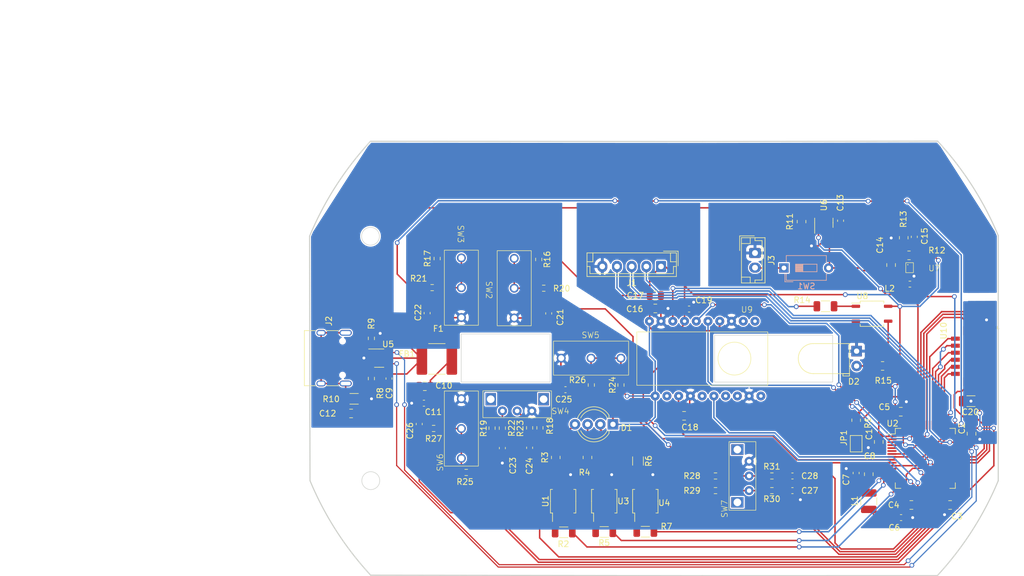
<source format=kicad_pcb>
(kicad_pcb (version 20221018) (generator pcbnew)
  (layers (0 "F.Cu" signal) (31 "B.Cu" signal) (34 "B.Paste" user) (35 "F.Paste" user) (36 "B.SilkS" user "B.Silkscreen") (37 "F.SilkS" user "F.Silkscreen") (38 "B.Mask" user) (39 "F.Mask" user) (44 "Edge.Cuts" user))
  (net 0 "")
  (net 1 "+3V3")
  (net 2 "GND")
  (net 3 "+3.3VA")
  (net 4 "Net-(C10-Pad2)")
  (net 5 "Net-(J2-SHIELD)")
  (net 6 "+5V")
  (net 7 "+BATT")
  (net 8 "REF")
  (net 9 "SW2")
  (net 10 "SW3")
  (net 11 "SW4A")
  (net 12 "SW4B")
  (net 13 "SW5")
  (net 14 "SW6")
  (net 15 "SW7A")
  (net 16 "SW7B")
  (net 17 "Net-(D2-A)")
  (net 18 "SWDIO")
  (net 19 "SWCLK")
  (net 20 "NRST")
  (net 21 "Net-(J2-CC1)")
  (net 22 "Net-(J2-D+-PadA6)")
  (net 23 "Net-(J2-D--PadA7)")
  (net 25 "Net-(J2-CC2)")
  (net 27 "Net-(J3-Pin_2)")
  (net 28 "Net-(JP1-A)")
  (net 29 "Net-(SW2-A)")
  (net 30 "Net-(SW3-A)")
  (net 31 "Net-(R18-Pad2)")
  (net 32 "Net-(R19-Pad2)")
  (net 33 "Net-(SW5-A)")
  (net 34 "Net-(SW6-A)")
  (net 35 "Net-(R28-Pad2)")
  (net 36 "Net-(R29-Pad2)")
  (net 37 "BT_P0_0")
  (net 38 "BT_P3_6")
  (net 39 "BT_P2_7")
  (net 40 "STAT")
  (net 41 "SCLK")
  (net 42 "MISO")
  (net 43 "MOSI")
  (net 44 "BT_P2_0")
  (net 45 "BT_P1_2")
  (net 46 "BT_P1_3")
  (net 47 "BT_P1_6")
  (net 48 "BT_P1_7")
  (net 49 "BT_P0_2")
  (net 50 "MOTION")
  (net 51 "D-")
  (net 52 "D+")
  (net 53 "BT_RX")
  (net 54 "BT_TX")
  (net 55 "BT_RST")
  (net 56 "Net-(R2-Pad1)")
  (net 57 "Net-(R3-Pad1)")
  (net 58 "Net-(R5-Pad1)")
  (net 59 "Net-(R6-Pad2)")
  (net 60 "Net-(U5-VBUS)")
  (net 61 "Net-(D1-BK)")
  (net 62 "Net-(D1-GK)")
  (net 63 "Net-(D1-RK)")
  (net 64 "Net-(U7-SW)")
  (net 65 "Net-(R4-Pad2)")
  (net 66 "Net-(R7-Pad1)")
  (net 67 "Net-(U6-PROG)")
  (net 68 "Net-(U7-FB)")
  (net 69 "Net-(U9-XYLED)")
  (net 70 "Net-(R14-Pad2)")
  (net 71 "Net-(R15-Pad1)")
  (net 97 "Net-(U2-PA0)")
  (net 98 "Net-(U2-PA1)")
  (net 99 "Net-(U2-PA2)")
  (footprint "Resistor_SMD:R_0805_2012Metric" (layer "F.Cu") (at 162.9 77.65 -90)
    (fp_text reference "R11")
    (fp_text value "2kOhm")
  )
  (footprint "Package_TO_SOT_SMD:SOT-23-6" (layer "F.Cu") (at 90.975 100.92)
    (fp_text reference "U5")
    (fp_text value "USBLC6-2SC6")
  )
  (footprint "RF_Module:Microchip_RN4871" (layer "F.Cu") (at 192.15 100.6 -90)
    (fp_text reference "U10")
    (fp_text value "RN4871")
  )
  (footprint "Package_QFP:LQFP-64_10x10mm_P0.5mm" (layer "F.Cu") (at 183.975 118)
    (fp_text reference "U2")
    (fp_text value "STM32F103RCT6")
  )
  (footprint "Capacitor_SMD:C_0805_2012Metric" (layer "F.Cu") (at 191.85 113.8 -90)
    (fp_text reference "C2")
    (fp_text value "100nF")
  )
  (footprint "Capacitor_SMD:C_0603_1608Metric" (layer "F.Cu") (at 161.35 123.5)
    (fp_text reference "C27")
    (fp_text value "10nF")
  )
  (footprint "Capacitor_SMD:C_0603_1608Metric" (layer "F.Cu") (at 98.6 108.6)
    (fp_text reference "C11")
    (fp_text value "4.7uF")
  )
  (footprint "Resistor_SMD:R_0603_1608Metric" (layer "F.Cu") (at 116.6 112.8 90)
    (fp_text reference "R23")
    (fp_text value "1kOhm")
  )
  (footprint "Resistor_SMD:R_1206_3216Metric" (layer "F.Cu") (at 136.3 130.5)
    (fp_text reference "R7")
    (fp_text value "220Ohm")
  )
  (footprint "Package_TO_SOT_SMD:SOT-23-5" (layer "F.Cu") (at 166.7 77.85 90)
    (fp_text reference "U6")
    (fp_text value "MCP73831-2-OT")
  )
  (footprint "TTC_Rotary_Encoder:TTC_rotary_encoder" (layer "F.Cu") (at 114.475 108.92)
    (fp_text reference "SW4")
    (fp_text value "RotaryEncoder")
  )
  (footprint "Inductor_SMD:L_1210_3225Metric" (layer "F.Cu") (at 174.35 125.3 -90)
    (fp_text reference "L1")
    (fp_text value "27nH")
  )
  (footprint "Resistor_SMD:R_0603_1608Metric" (layer "F.Cu") (at 111.95 112.85 90)
    (fp_text reference "R22")
    (fp_text value "1kOhm")
  )
  (footprint "Resistor_SMD:R_0603_1608Metric" (layer "F.Cu") (at 157.85 123.5 180)
    (fp_text reference "R30")
    (fp_text value "1kOhm")
  )
  (footprint "Resistor_SMD:R_1206_3216Metric" (layer "F.Cu") (at 166.975 92.08)
    (fp_text reference "R14")
    (fp_text value "220Ohm")
  )
  (footprint "Capacitor_SMD:C_2220_5650Metric" (layer "F.Cu") (at 100.8 101.05 180)
    (fp_text reference "FB1")
    (fp_text value "FerriteBead")
  )
  (footprint "Capacitor_SMD:C_0805_2012Metric" (layer "F.Cu") (at 138 90.25)
    (fp_text reference "C17")
    (fp_text value "3.3uF")
  )
  (footprint "Package_SO:SOP-4_3.8x4.1mm_P2.54mm" (layer "F.Cu") (at 122.3 125.3 90)
    (fp_text reference "U1")
    (fp_text value "CPC1002N")
  )
  (footprint "Capacitor_SMD:C_0603_1608Metric" (layer "F.Cu") (at 169.55 77.5 -90)
    (fp_text reference "C13")
    (fp_text value "4.7uF")
  )
  (footprint "Resistor_SMD:R_1206_3216Metric" (layer "F.Cu") (at 135.05 118.45 -90)
    (fp_text reference "R6")
    (fp_text value "150Ohm")
  )
  (footprint "Resistor_SMD:R_0603_1608Metric" (layer "F.Cu") (at 100.25 112.9)
    (fp_text reference "R27")
    (fp_text value "1kOhm")
  )
  (footprint "Resistor_SMD:R_0805_2012Metric" (layer "F.Cu") (at 176.7 102.25 180)
    (fp_text reference "R15")
    (fp_text value "100Ohm")
  )
  (footprint "Capacitor_SMD:C_0805_2012Metric" (layer "F.Cu") (at 178.15 85.05 90)
    (fp_text reference "C14")
    (fp_text value "2.2uF")
  )
  (footprint "Capacitor_SMD:C_0603_1608Metric" (layer "F.Cu") (at 116.6 116.2 -90)
    (fp_text reference "C24")
    (fp_text value "10nF")
  )
  (footprint "Resistor_SMD:R_0603_1608Metric" (layer "F.Cu") (at 110.2 112.85 90)
    (fp_text reference "R19")
    (fp_text value "1kOhm")
  )
  (footprint "Jumper:SolderJumper-2_P1.3mm_Bridged2Bar_Pad1.0x1.5mm" (layer "F.Cu") (at 172.2 115.5 -90)
    (fp_text reference "JP1")
    (fp_text value "Jumper_2_Open")
  )
  (footprint "Resistor_SMD:R_0805_2012Metric" (layer "F.Cu") (at 121.05 117.85 90)
    (fp_text reference "R3")
    (fp_text value "100Ohm")
  )
  (footprint "Capacitor_SMD:C_0603_1608Metric" (layer "F.Cu") (at 161.35 121)
    (fp_text reference "C28")
    (fp_text value "10nF")
  )
  (footprint "LED_THT:LED_D5.0mm-4_RGB_Wide_Pins" (layer "F.Cu") (at 130.79 112.2 180)
    (fp_text reference "D1")
    (fp_text value "LED_ABGR")
  )
  (footprint "Resistor_SMD:R_0603_1608Metric" (layer "F.Cu") (at 89.65 104.4 -90)
    (fp_text reference "R8")
    (fp_text value "5.1kOhm")
  )
  (footprint "Capacitor_SMD:C_0805_2012Metric" (layer "F.Cu") (at 179.8 110.05)
    (fp_text reference "C5")
    (fp_text value "100nF")
  )
  (footprint "Capacitor_SMD:C_0603_1608Metric" (layer "F.Cu") (at 143.75 92.55)
    (fp_text reference "C19")
    (fp_text value "4.7uF")
  )
  (footprint "Resistor_SMD:R_0603_1608Metric" (layer "F.Cu") (at 100 88.9)
    (fp_text reference "R21")
    (fp_text value "1kOhm")
  )
  (footprint "Resistor_SMD:R_0603_1608Metric" (layer "F.Cu") (at 119 89 180)
    (fp_text reference "R20")
    (fp_text value "1kOhm")
  )
  (footprint "Capacitor_SMD:C_1206_3216Metric" (layer "F.Cu") (at 191.75 108.25 180)
    (fp_text reference "C20")
    (fp_text value "10uF")
  )
  (footprint "Resistor_SMD:R_1206_3216Metric" (layer "F.Cu") (at 129.3 130.55)
    (fp_text reference "R5")
    (fp_text value "220Ohm")
  )
  (footprint "Capacitor_SMD:C_0805_2012Metric" (layer "F.Cu") (at 176.05 115.2 -90)
    (fp_text reference "C1")
    (fp_text value "100nF")
  )
  (footprint "Capacitor_SMD:C_0805_2012Metric" (layer "F.Cu") (at 86.2 110.35 180)
    (fp_text reference "C12")
    (fp_text value "4.7nF")
  )
  (footprint "Omron_switch_mouse:Mouse_Switch" (layer "F.Cu") (at 113.975 89 -90)
    (fp_text reference "SW2")
    (fp_text value "SW_SPDT")
  )
  (footprint "Capacitor_SMD:C_0603_1608Metric" (layer "F.Cu") (at 172.2 120.5 90)
    (fp_text reference "C7")
    (fp_text value "1uF")
  )
  (footprint "Omron_switch_mouse:Mouse_Switch" (layer "F.Cu") (at 127.055 100.92 180)
    (fp_text reference "SW5")
    (fp_text value "SW_SPDT")
  )
  (footprint "Resistor_SMD:R_0603_1608Metric" (layer "F.Cu") (at 89.65 97.55 90)
    (fp_text reference "R9")
    (fp_text value "5.1kOhm")
  )
  (footprint "Inductor_SMD:L_0603_1608Metric_Pad1.05x0.95mm_HandSolder" (layer "F.Cu") (at 181.35 88.3)
    (fp_text reference "L2")
    (fp_text value "1uH")
  )
  (footprint "Capacitor_SMD:C_0603_1608Metric" (layer "F.Cu") (at 97.8 112.15 90)
    (fp_text reference "C26")
    (fp_text value "10nF")
  )
  (footprint "Capacitor_SMD:C_0603_1608Metric" (layer "F.Cu") (at 122.7 106.3 180)
    (fp_text reference "C25")
    (fp_text value "10nF")
  )
  (footprint "Capacitor_SMD:C_0805_2012Metric" (layer "F.Cu") (at 138 92.45)
    (fp_text reference "C16")
    (fp_text value "100nF")
  )
  (footprint "Capacitor_SMD:C_0805_2012Metric" (layer "F.Cu") (at 174.35 120.7 90)
    (fp_text reference "C8")
    (fp_text value "100nF")
  )
  (footprint "TTC_Rotary_Encoder:TTC_rotary_encoder" (layer "F.Cu") (at 152.975 121 90)
    (fp_text reference "SW7")
    (fp_text value "RotaryEncoder")
  )
  (footprint "Package_SO:SOP-4_3.8x4.1mm_P2.54mm" (layer "F.Cu") (at 174.9 93.35)
    (fp_text reference "U8")
    (fp_text value "CPC1002N")
  )
  (footprint "Resistor_SMD:R_1206_3216Metric" (layer "F.Cu") (at 122.4 130.6)
    (fp_text reference "R2")
    (fp_text value "220Ohm")
  )
  (footprint "Resistor_SMD:R_0805_2012Metric" (layer "F.Cu") (at 126.45 117.85 -90)
    (fp_text reference "R4")
    (fp_text value "100Ohm")
  )
  (footprint "Resistor_SMD:R_0805_2012Metric" (layer "F.Cu") (at 180.3 80.4 90)
    (fp_text reference "R13")
    (fp_text value "100kOhm")
  )
  (footprint "Connector_USB:USB_C_Receptacle_HRO_TYPE-C-31-M-12" (layer "F.Cu") (at 82.14 100.92 -90)
    (fp_text reference "J2")
    (fp_text value "USB_C_Receptacle_USB2.0")
  )
  (footprint "Connector_JST:JST_EH_B2B-EH-A_1x02_P2.50mm_Vertical" (layer "F.Cu") (at 154.975 83 -90)
    (fp_text reference "J3")
    (fp_text value "Conn_01x02")
  )
  (footprint "Resistor_SMD:R_0603_1608Metric" (layer "F.Cu") (at 127.1 105.5 90)
    (fp_text reference "R26")
    (fp_text value "1kOhm")
  )
  (footprint "LED_THT:LED_D5.0mm_Horizontal_O1.27mm_Z3.0mm_Clear" (layer "F.Cu") (at 172.275 99.725 -90)
    (fp_text reference "D2")
    (fp_text value "IR")
  )
  (footprint "Capacitor_SMD:C_0603_1608Metric" (layer "F.Cu") (at 182.1 80.25 90)
    (fp_text reference "C15")
    (fp_text value "4.7uF")
  )
  (footprint "Resistor_SMD:R_0603_1608Metric" (layer "F.Cu") (at 157.85 121 180)
    (fp_text reference "R31")
    (fp_text value "1kOhm")
  )
  (footprint "Resistor_SMD:R_0603_1608Metric" (layer "F.Cu") (at 118.15 84.1 -90)
    (fp_text reference "R16")
    (fp_text value "1kOhm")
  )
  (footprint "Capacitor_SMD:C_0603_1608Metric" (layer "F.Cu") (at 111.95 116.25 -90)
    (fp_text reference "C23")
    (fp_text value "10nF")
  )
  (footprint "Resistor_SMD:R_0603_1608Metric" (layer "F.Cu") (at 118.35 112.8 90)
    (fp_text reference "R18")
    (fp_text value "1kOhm")
  )
  (footprint "Resistor_SMD:R_0805_2012Metric" (layer "F.Cu") (at 181.2 83.4 180)
    (fp_text reference "R12")
    (fp_text value "453kOhm")
  )
  (footprint "Resistor_SMD:R_0603_1608Metric" (layer "F.Cu") (at 100.85 83.95 -90)
    (fp_text reference "R17")
    (fp_text value "1kOhm")
  )
  (footprint "PMW3310:PMW3110DH-AWQT" (layer "F.Cu") (at 146 101 180)
    (fp_text reference "U9")
    (fp_text value "~")
  )
  (footprint "Resistor_SMD:R_0603_1608Metric" (layer "F.Cu") (at 148.25 123.5)
    (fp_text reference "R29")
    (fp_text value "1kOhm")
  )
  (footprint "TPS61023:TPS61023_DC_DC" (layer "F.Cu") (at 181.3 85.5)
    (fp_text reference "U7")
    (fp_text value "~")
  )
  (footprint "Capacitor_SMD:C_0603_1608Metric" (layer "F.Cu") (at 99.15 93.25 -90)
    (fp_text reference "C22")
    (fp_text value "10nF")
  )
  (footprint "Capacitor_SMD:C_0603_1608Metric" (layer "F.Cu") (at 119.85 93.3 -90)
    (fp_text reference "C21")
    (fp_text value "10nF")
  )
  (footprint "Omron_switch_mouse:Mouse_Switch" (layer "F.Cu") (at 104.975 88.92 -90)
    (fp_text reference "SW3")
    (fp_text value "SW_SPDT")
  )
  (footprint "Package_SO:SOP-4_3.8x4.1mm_P2.54mm" (layer "F.Cu") (at 136.3 125.3 90)
    (fp_text reference "U4")
    (fp_text value "CPC1002N")
  )
  (footprint "Capacitor_SMD:C_0805_2012Metric" (layer "F.Cu") (at 98.75 105.7)
    (fp_text reference "C10")
    (fp_text value "100nF")
  )
  (footprint "Resistor_SMD:R_0603_1608Metric" (layer "F.Cu") (at 105.8 120.4 180)
    (fp_text reference "R25")
    (fp_text value "1kOhm")
  )
  (footprint "Capacitor_SMD:C_0603_1608Metric" (layer "F.Cu") (at 92.65 104.4 90)
    (fp_text reference "C9")
    (fp_text value "10nF")
  )
  (footprint "Capacitor_SMD:C_0603_1608Metric" (layer "F.Cu") (at 179.85 128.1)
    (fp_text reference "C6")
    (fp_text value "4.7uF")
  )
  (footprint "Resistor_SMD:R_0603_1608Metric" (layer "F.Cu") (at 132.15 105.5 90)
    (fp_text reference "R24")
    (fp_text value "1kOhm")
  )
  (footprint "Capacitor_SMD:C_0805_2012Metric" (layer "F.Cu") (at 188.2 125.95 180)
    (fp_text reference "C3")
    (fp_text value "100nF")
  )
  (footprint "Fuse:Fuse_0402_1005Metric" (layer "F.Cu") (at 102.85 97)
    (fp_text reference "F1")
    (fp_text value "750mA")
  )
  (footprint "Omron_switch_mouse:Mouse_Switch" (layer "F.Cu") (at 104.975 112.92 90)
    (fp_text reference "SW6")
    (fp_text value "SW_SPDT")
  )
  (footprint "Resistor_SMD:R_0805_2012Metric" (layer "F.Cu") (at 172.2 111.5 -90)
    (fp_text reference "R1")
    (fp_text value "10kOhm")
  )
  (footprint "Resistor_SMD:R_1206_3216Metric" (layer "F.Cu") (at 86.7125 107.85 180)
    (fp_text reference "R10")
    (fp_text value "1MOhm")
  )
  (footprint "Connector_JST:JST_EH_B5B-EH-A_1x05_P2.50mm_Vertical" (layer "F.Cu") (at 138.975 85.3 180)
    (fp_text reference "J1")
    (fp_text value "Conn_01x05")
  )
  (footprint "Package_SO:SOP-4_3.8x4.1mm_P2.54mm" (layer "F.Cu") (at 129.3 125.3 90)
    (fp_text reference "U3")
    (fp_text value "CPC1002N")
  )
  (footprint "Resistor_SMD:R_0603_1608Metric" (layer "F.Cu") (at 148.25 121)
    (fp_text reference "R28")
    (fp_text value "1kOhm")
  )
  (footprint "Capacitor_SMD:C_0805_2012Metric" (layer "F.Cu") (at 142.9 110.75)
    (fp_text reference "C18")
    (fp_text value "3.3uF")
  )
  (footprint "Capacitor_SMD:C_0805_2012Metric" (layer "F.Cu") (at 181.6 125.95 180)
    (fp_text reference "C4")
    (fp_text value "100nF")
  )
  (footprint "Button_Switch_THT:SW_DIP_SPSTx01_Slide_6.7x4.1mm_W7.62mm_P2.54mm_LowProfile" (layer "B.Cu") (at 159.9 85.55)
    (fp_text reference "SW1")
    (fp_text value "SW_SPST")
  )
  (gr_rect (start 104.95 96.8) (end 120.1 105) (stroke (width 0.1)) (fill none) (layer "Edge.Cuts"))
  (gr_line (start 146 64) (end 186.067726 63.937354) (stroke (width 0.2)) (layer "Edge.Cuts"))
  (gr_line (start 89.506094 63.963772) (end 146 64) (stroke (width 0.2)) (layer "Edge.Cuts"))
  (gr_rect (start 148.1 97) (end 168.2 105) (stroke (width 0.1)) (fill none) (layer "Edge.Cuts"))
  (gr_arc (start 186.067726 63.937354) (mid 191.945692 71.537214) (end 196.399999 80.05) (stroke (width 0.2)) (layer "Edge.Cuts"))
  (gr_circle (center 89.5 80.15) (end 88.5 79) (stroke (width 0.1)) (fill none) (layer "Edge.Cuts"))
  (gr_arc (start 196.4 121.8) (mid 191.924378 130.353522) (end 186.018284 137.98975) (stroke (width 0.2)) (layer "Edge.Cuts"))
  (gr_arc (start 89.532273 137.912646) (mid 83.654307 130.312786) (end 79.2 121.8) (stroke (width 0.2)) (layer "Edge.Cuts"))
  (gr_circle (center 89.55 121.8) (end 88.75 120.5) (stroke (width 0.1)) (fill none) (layer "Edge.Cuts"))
  (gr_line (start 79.2 121.8) (end 79.124378 80.153522) (stroke (width 0.2)) (layer "Edge.Cuts"))
  (gr_line (start 196.399999 80.05) (end 196.4 96.1) (stroke (width 0.2)) (layer "Edge.Cuts"))
  (gr_line (start 186.018284 137.98975) (end 146 138) (stroke (width 0.2)) (layer "Edge.Cuts"))
  (gr_line (start 89.532273 137.912646) (end 146 138) (stroke (width 0.2)) (layer "Edge.Cuts"))
  (gr_line (start 196.4 96.1) (end 196.4 121.8) (stroke (width 0.2)) (layer "Edge.Cuts"))
  (gr_arc (start 79.124378 80.153522) (mid 83.6 71.6) (end 89.506094 63.963772) (stroke (width 0.2)) (layer "Edge.Cuts"))
  (segment (start 138.975 85.3) (end 139.7 85.3) (width 0.25) (layer "F.Cu") (net 1))
  (segment (start 193.2 104.95) (end 193.2 108.225) (width 0.25) (layer "F.Cu") (net 1))
  (segment (start 179.65 92.1) (end 179.65 104.95) (width 0.25) (layer "F.Cu") (net 1))
  (segment (start 111.075 112.8) (end 117.525 112.8) (width 0.25) (layer "F.Cu") (net 1))
  (segment (start 117.15 81.4) (end 118.15 82.4) (width 0.25) (layer "F.Cu") (net 1))
  (segment (start 142.975 88.575) (end 142.975 92.55) (width 0.25) (layer "F.Cu") (net 1))
  (segment (start 127.85 90.25) (end 120.875 83.275) (width 0.25) (layer "F.Cu") (net 1))
  (segment (start 137 94.625) (end 137 95.6) (width 0.25) (layer "F.Cu") (net 1))
  (segment (start 176.05 111.7) (end 176.05 114.25) (width 0.25) (layer "F.Cu") (net 1))
  (segment (start 179.075 128.1) (end 175.75 128.1) (width 0.25) (layer "F.Cu") (net 1))
  (segment (start 179.63 92.08) (end 179.65 92.1) (width 0.25) (layer "F.Cu") (net 1))
  (segment (start 193.225 110.275) (end 193.25 110.3) (width 0.25) (layer "F.Cu") (net 1))
  (segment (start 132.15 106.325) (end 132.15 106.35) (width 0.25) (layer "F.Cu") (net 1))
  (segment (start 189.65 114.25) (end 190.45 114.25) (width 0.25) (layer "F.Cu") (net 1))
  (segment (start 175.75 128.1) (end 174.35 126.7) (width 0.25) (layer "F.Cu") (net 1))
  (segment (start 125 109.05) (end 128.7 109.05) (width 0.25) (layer "F.Cu") (net 1))
  (segment (start 182.55 125.95) (end 182.8 126.2) (width 0.25) (layer "F.Cu") (net 1))
  (segment (start 191.225 123.675) (end 187.725 123.675) (width 0.25) (layer "F.Cu") (net 1))
  (segment (start 137.05 94.575) (end 137 94.625) (width 0.25) (layer "F.Cu") (net 1))
  (segment (start 128.7 109.05) (end 130.79 111.14) (width 0.25) (layer "F.Cu") (net 1))
  (segment (start 108.2 115.675) (end 110.2 113.675) (width 0.25) (layer "F.Cu") (net 1))
  (segment (start 180.75 122.325305) (end 180.75 120.77) (width 0.25) (layer "F.Cu") (net 1))
  (segment (start 181.7 129.55) (end 180.525 129.55) (width 0.25) (layer "F.Cu") (net 1))
  (segment (start 141.95 96.15) (end 142.975 95.125) (width 0.25) (layer "F.Cu") (net 1))
  (segment (start 137.05 90.25) (end 137.05 87.225) (width 0.25) (layer "F.Cu") (net 1))
  (segment (start 180.225 111.425) (end 178.85 110.05) (width 0.25) (layer "F.Cu") (net 1))
  (segment (start 179.65 104.95) (end 178.85 105.75) (width 0.25) (layer "F.Cu") (net 1))
  (segment (start 140.212057 115.662057) (end 145.55 121) (width 0.25) (layer "F.Cu") (net 1))
  (segment (start 183.8 119.7) (end 184.85 118.65) (width 0.25) (layer "F.Cu") (net 1))
  (segment (start 100.85 83.125) (end 100.85 82.2) (width 0.25) (layer "F.Cu") (net 1))
  (segment (start 137.05 87.225) (end 138.975 85.3) (width 0.25) (layer "F.Cu") (net 1))
  (segment (start 182.8 128.45) (end 181.7 129.55) (width 0.25) (layer "F.Cu") (net 1))
  (segment (start 117.525 112.8) (end 118.35 113.625) (width 0.25) (layer "F.Cu") (net 1))
  (segment (start 100.85 82.2) (end 101.65 81.4) (width 0.25) (layer "F.Cu") (net 1))
  (segment (start 178.85 110.05) (end 178.85 108.35) (width 0.25) (layer "F.Cu") (net 1))
  (segment (start 180.225 112.325) (end 180.225 115.325) (width 0.25) (layer "F.Cu") (net 1))
  (segment (start 110.2 113.675) (end 111.075 112.8) (width 0.25) (layer "F.Cu") (net 1))
  (segment (start 132.15 106.35) (end 133.2 107.4) (width 0.25) (layer "F.Cu") (net 1))
  (segment (start 107.4 120.4) (end 108.2 119.6) (width 0.25) (layer "F.Cu") (net 1))
  (segment (start 137 95.6) (end 137.55 96.15) (width 0.25) (layer "F.Cu") (net 1))
  (segment (start 195.65 112.8755) (end 195.65 119.25) (width 0.25) (layer "F.Cu") (net 1))
  (segment (start 142.85 88.45) (end 142.975 88.575) (width 0.25) (layer "F.Cu") (net 1))
  (segment (start 176.05 114.25) (end 178.3 114.25) (width 0.25) (layer "F.Cu") (net 1))
  (segment (start 181.225 123.675) (end 181.225 122.800305) (width 0.25) (layer "F.Cu") (net 1))
  (segment (start 142.975 92.55) (end 142.975 94.625) (width 0.25) (layer "F.Cu") (net 1))
  (segment (start 193.225 108.25) (end 193.225 110.275) (width 0.25) (layer "F.Cu") (net 1))
  (segment (start 181.225 123.675) (end 181.225 124.625) (width 0.25) (layer "F.Cu") (net 1))
  (segment (start 101.65 81.4) (end 117.15 81.4) (width 0.25) (layer "F.Cu") (net 1))
  (segment (start 118.35 113.625) (end 120.425 113.625) (width 0.25) (layer "F.Cu") (net 1))
  (segment (start 190.45 114.25) (end 191.85 112.85) (width 0.25) (layer "F.Cu") (net 1))
  (segment (start 182.8 126.2) (end 182.8 128.45) (width 0.25) (layer "F.Cu") (net 1))
  (segment (start 177.0375 105.75) (end 172.2 110.5875) (width 0.25) (layer "F.Cu") (net 1))
  (segment (start 142.975 95.125) (end 142.975 94.625) (width 0.25) (layer "F.Cu") (net 1))
  (segment (start 144.5 90.1) (end 142.85 88.45) (width 0.25) (layer "F.Cu") (net 1))
  (segment (start 137.05 90.25) (end 127.85 90.25) (width 0.25) (layer "F.Cu") (net 1))
  (segment (start 137.55 96.15) (end 141.95 96.15) (width 0.25) (layer "F.Cu") (net 1))
  (segment (start 195.65 119.25) (end 191.225 123.675) (width 0.25) (layer "F.Cu") (net 1))
  (segment (start 181.82 119.7) (end 183.8 119.7) (width 0.25) (layer "F.Cu") (net 1))
  (segment (start 181.225 124.625) (end 182.55 125.95) (width 0.25) (layer "F.Cu") (net 1))
  (segment (start 170.35 90.1) (end 144.5 90.1) (width 0.25) (layer "F.Cu") (net 1))
  (segment (start 187.725 124.525) (end 189.15 125.95) (width 0.25) (layer "F.Cu") (net 1))
  (segment (start 108.2 119.6) (end 108.2 115.675) (width 0.25) (layer "F.Cu") (net 1))
  (segment (start 118.15 82.4) (end 118.15 83.275) (width 0.25) (layer "F.Cu") (net 1))
  (segment (start 137.05 90.25) (end 137.05 92.45) (width 0.25) (layer "F.Cu") (net 1))
  (segment (start 137.05 92.45) (end 137.05 94.575) (width 0.25) (layer "F.Cu") (net 1))
  (segment (start 120.425 113.625) (end 125 109.05) (width 0.25) (layer "F.Cu") (net 1))
  (segment (start 186.2 84.25) (end 185.35 83.4) (width 0.25) (layer "F.Cu") (net 1))
  (segment (start 193.2 108.225) (end 193.225 108.25) (width 0.25) (layer "F.Cu") (net 1))
  (segment (start 180.225 115.325) (end 180.6 115.7) (width 0.25) (layer "F.Cu") (net 1))
  (segment (start 178.85 105.75) (end 177.0375 105.75) (width 0.25) (layer "F.Cu") (net 1))
  (segment (start 106.625 120.4) (end 107.4 120.4) (width 0.25) (layer "F.Cu") (net 1))
  (segment (start 187.725 123.675) (end 187.725 124.525) (width 0.25) (layer "F.Cu") (net 1))
  (segment (start 120.875 83.275) (end 118.15 83.275) (width 0.25) (layer "F.Cu") (net 1))
  (segment (start 139.7 85.3) (end 142.85 88.45) (width 0.25) (layer "F.Cu") (net 1))
  (segment (start 182.1 81.025) (end 182.1 83.3875) (width 0.25) (layer "F.Cu") (net 1))
  (segment (start 185.35 83.4) (end 182.1125 83.4) (width 0.25) (layer "F.Cu") (net 1))
  (segment (start 195.6245 112.85) (end 195.65 112.8755) (width 0.25) (layer "F.Cu") (net 1))
  (segment (start 130.79 111.14) (end 130.79 112.2) (width 0.25) (layer "F.Cu") (net 1))
  (segment (start 180.75 120.77) (end 181.82 119.7) (width 0.25) (layer "F.Cu") (net 1))
  (segment (start 177.7 110.05) (end 176.05 111.7) (width 0.25) (layer "F.Cu") (net 1))
  (segment (start 182.1 83.3875) (end 182.1125 83.4) (width 0.25) (layer "F.Cu") (net 1))
  (segment (start 180.525 129.55) (end 179.075 128.1) (width 0.25) (layer "F.Cu") (net 1))
  (segment (start 184.85 118.65) (end 187.725 121.525) (width 0.25) (layer "F.Cu") (net 1))
  (segment (start 187.725 121.525) (end 187.725 123.675) (width 0.25) (layer "F.Cu") (net 1))
  (segment (start 180.225 112.325) (end 180.225 111.425) (width 0.25) (layer "F.Cu") (net 1))
  (segment (start 181.225 122.800305) (end 180.75 122.325305) (width 0.25) (layer "F.Cu") (net 1))
  (segment (start 191.85 112.85) (end 193.2755 112.85) (width 0.25) (layer "F.Cu") (net 1))
  (segment (start 140.212057 115.655752) (end 140.212057 115.662057) (width 0.25) (layer "F.Cu") (net 1))
  (segment (start 178.85 110.05) (end 177.7 110.05) (width 0.25) (layer "F.Cu") (net 1))
  (segment (start 177.65 92.08) (end 179.63 92.08) (width 0.25) (layer "F.Cu") (net 1))
  (segment (start 147.425 123.5) (end 147.425 121) (width 0.25) (layer "F.Cu") (net 1))
  (segment (start 145.55 121) (end 147.425 121) (width 0.25) (layer "F.Cu") (net 1))
  (via (at 193.25 110.3) (size 0.8) (drill 0.5) (layers "F.Cu" "B.Cu") (net 1))
  (via (at 179.65 92.1) (size 0.8) (drill 0.5) (layers "F.Cu" "B.Cu") (net 1))
  (via (at 193.2755 112.85) (size 0.8) (drill 0.5) (layers "F.Cu" "B.Cu") (net 1))
  (via (at 178.85 108.35) (size 0.8) (drill 0.5) (layers "F.Cu" "B.Cu") (net 1))
  (via (at 195.6245 112.85) (size 0.8) (drill 0.5) (layers "F.Cu" "B.Cu") (net 1))
  (via (at 140.212057 115.655752) (size 0.8) (drill 0.5) (layers "F.Cu" "B.Cu") (net 1))
  (via (at 186.2 84.25) (size 0.8) (drill 0.5) (layers "F.Cu" "B.Cu") (net 1))
  (via (at 170.35 90.1) (size 0.8) (drill 0.5) (layers "F.Cu" "B.Cu") (net 1))
  (via (at 184.85 118.65) (size 0.8) (drill 0.5) (layers "F.Cu" "B.Cu") (net 1))
  (via (at 180.6 115.7) (size 0.8) (drill 0.5) (layers "F.Cu" "B.Cu") (net 1))
  (via (at 133.2 107.4) (size 0.8) (drill 0.5) (layers "F.Cu" "B.Cu") (net 1))
  (via (at 178.85 105.75) (size 0.8) (drill 0.5) (layers "F.Cu" "B.Cu") (net 1))
  (segment (start 136.95 112.425305) (end 136.95 112.4) (width 0.25) (layer "B.Cu") (net 1))
  (segment (start 133.225 107.375) (end 137.975 107.375) (width 0.25) (layer "B.Cu") (net 1))
  (segment (start 137.975 110.975) (end 136.75 112.2) (width 0.25) (layer "B.Cu") (net 1))
  (segment (start 133.2 107.4) (end 133.225 107.375) (width 0.25) (layer "B.Cu") (net 1))
  (segment (start 137 100.45) (end 137.975 101.425) (width 0.25) (layer "B.Cu") (net 1))
  (segment (start 136.75 112.2) (end 130.79 112.2) (width 0.25) (layer "B.Cu") (net 1))
  (segment (start 177.65 90.1) (end 170.35 90.1) (width 0.25) (layer "B.Cu") (net 1))
  (segment (start 193.25 110.3) (end 193.2755 110.3255) (width 0.25) (layer "B.Cu") (net 1))
  (segment (start 193.2755 110.3255) (end 193.2755 112.85) (width 0.25) (layer "B.Cu") (net 1))
  (segment (start 179.65 92.1) (end 177.65 90.1) (width 0.25) (layer "B.Cu") (net 1))
  (segment (start 181.9 115.7) (end 184.85 118.65) (width 0.25) (layer "B.Cu") (net 1))
  (segment (start 137.975 107.375) (end 137.975 110.975) (width 0.25) (layer "B.Cu") (net 1))
  (segment (start 178.85 105.75) (end 178.85 108.35) (width 0.25) (layer "B.Cu") (net 1))
  (segment (start 186.2 88.95) (end 186.2 84.25) (width 0.25) (layer "B.Cu") (net 1))
  (segment (start 140.212057 115.655752) (end 140.180447 115.655752) (width 0.25) (layer "B.Cu") (net 1))
  (segment (start 136.95 112.4) (end 136.75 112.2) (width 0.25) (layer "B.Cu") (net 1))
  (segment (start 179.65 92.1) (end 183.05 92.1) (width 0.25) (layer "B.Cu") (net 1))
  (segment (start 140.180447 115.655752) (end 136.95 112.425305) (width 0.25) (layer "B.Cu") (net 1))
  (segment (start 137.975 101.425) (end 137.975 107.375) (width 0.25) (layer "B.Cu") (net 1))
  (segment (start 195.6245 112.85) (end 193.2755 112.85) (width 0.25) (layer "B.Cu") (net 1))
  (segment (start 183.05 92.1) (end 186.2 88.95) (width 0.25) (layer "B.Cu") (net 1))
  (segment (start 137 94.625) (end 137 100.45) (width 0.25) (layer "B.Cu") (net 1))
  (segment (start 180.6 115.7) (end 181.9 115.7) (width 0.25) (layer "B.Cu") (net 1))
  (segment (start 165.762 81.788) (end 164.592 81.788) (width 0.25) (layer "F.Cu") (net 2))
  (segment (start 97.825 108.6) (end 96.51 108.6) (width 0.25) (layer "F.Cu") (net 2))
  (segment (start 116.6 116.975) (end 112 116.975) (width 0.25) (layer "F.Cu") (net 2))
  (segment (start 104.95 94.025) (end 104.975 94) (width 0.25) (layer "F.Cu") (net 2))
  (segment (start 137.57 120.79) (end 137.58 120.78) (width 0.25) (layer "F.Cu") (net 2))
  (segment (start 180.725 123.675) (end 180.725 125.875) (width 0.25) (layer "F.Cu") (net 2))
  (segment (start 123.57 122.55) (end 123.57 120.78) (width 0.25) (layer "F.Cu") (net 2))
  (segment (start 180.3 79.4875) (end 179.1125 79.4875) (width 0.25) (layer "F.Cu") (net 2))
  (segment (start 88.175 107.85) (end 88.175 106.7) (width 0.25) (layer "F.Cu") (net 2))
  (segment (start 89.65 96.725) (end 91.125 96.725) (width 0.25) (layer "F.Cu") (net 2))
  (segment (start 180.625 125.975) (end 180.65 125.95) (width 0.25) (layer "F.Cu") (net 2))
  (segment (start 187.25 125.95) (end 187.25 123.7) (width 0.25) (layer "F.Cu") (net 2))
  (segment (start 178.15 84.1) (end 178.15 80.46) (width 0.25) (layer "F.Cu") (net 2))
  (segment (start 86.185 97.67) (end 87.63 97.67) (width 0.25) (layer "F.Cu") (net 2))
  (segment (start 180.3 79.4875) (end 182.0875 79.4875) (width 0.25) (layer "F.Cu") (net 2))
  (segment (start 130.57 122.55) (end 130.57 120.78) (width 0.25) (layer "F.Cu") (net 2))
  (segment (start 143.85 107.5) (end 143.975 107.375) (width 0.25) (layer "F.Cu") (net 2))
  (segment (start 178.17 80.43) (end 178.17 80.44) (width 0.25) (layer "F.Cu") (net 2))
  (segment (start 123.57 122.55) (end 123.57 128.05) (width 0.25) (layer "F.Cu") (net 2))
  (segment (start 138.95 92.45) (end 138.95 94.6) (width 0.25) (layer "F.Cu") (net 2))
  (segment (start 144.525 92.55) (end 144.525 91.395) (width 0.25) (layer "F.Cu") (net 2))
  (segment (start 178.3 119.75) (end 174.35 119.75) (width 0.25) (layer "F.Cu") (net 2))
  (segment (start 170.525 119.725) (end 172.2 119.725) (width 0.25) (layer "F.Cu") (net 2))
  (segment (start 170.51 119.74) (end 170.525 119.725) (width 0.25) (layer "F.Cu") (net 2))
  (segment (start 187.25 125.95) (end 187.25 127.6) (width 0.25) (layer "F.Cu") (net 2))
  (segment (start 162.125 123.5) (end 162.125 124.475) (width 0.25) (layer "F.Cu") (net 2))
  (segment (start 112 116.975) (end 111.95 117.025) (width 0.25) (layer "F.Cu") (net 2))
  (segment (start 130.57 122.55) (end 130.57 128.05) (width 0.25) (layer "F.Cu") (net 2))
  (segment (start 87.15 108.875) (end 88.175 107.85) (width 0.25) (layer "F.Cu") (net 2))
  (segment (start 137.57 122.55) (end 137.57 120.79) (width 0.25) (layer "F.Cu") (net 2))
  (segment (start 180.725 125.875) (end 180.65 125.95) (width 0.25) (layer "F.Cu") (net 2))
  (segment (start 86.185 104.17) (end 87.22 104.17) (width 0.25) (layer "F.Cu") (net 2))
  (segment (start 163.576 81.788) (end 162.9 81.112) (width 0.25) (layer "F.Cu") (net 2))
  (segment (start 113.895 94) (end 113.975 94.08) (width 0.25) (layer "F.Cu") (net 2))
  (segment (start 162.125 124.475) (end 162.7 125.05) (width 0.25) (layer "F.Cu") (net 2))
  (segment (start 113.975 94.08) (end 119.845 94.08) (width 0.25) (layer "F.Cu") (net 2))
  (segment (start 172.225 119.75) (end 172.2 119.725) (width 0.25) (layer "F.Cu") (net 2))
  (segment (start 97.8 108.575) (end 97.825 108.6) (width 0.25) (layer "F.Cu") (net 2))
  (segment (start 187.25 123.7) (end 187.225 123.675) (width 0.25) (layer "F.Cu") (net 2))
  (segment (start 88.575 96.725) (end 89.65 96.725) (width 0.25) (layer "F.Cu") (net 2))
  (segment (start 172.15 99.6) (end 172.275 99.725) (width 0.25) (layer "F.Cu") (net 2))
  (segment (start 190.275 108.25) (end 191.75 108.25) (width 0.25) (layer "F.Cu") (net 2))
  (segment (start 179.1125 79.4875) (end 178.17 80.43) (width 0.25) (layer "F.Cu") (net 2))
  (segment (start 87.22 104.17) (end 88.275 105.225) (width 0.25) (layer "F.Cu") (net 2))
  (segment (start 176.05 116.15) (end 174.29 116.15) (width 0.25) (layer "F.Cu") (net 2))
  (segment (start 111.95 117.025) (end 111.95 118.8) (width 0.25) (layer "F.Cu") (net 2))
  (segment (start 89.8375 100.92) (end 88.3945 100.92) (width 0.25) (layer "F.Cu") (net 2))
  (segment (start 144.525 91.395) (end 144.53 91.39) (width 0.25) (layer "F.Cu") (net 2))
  (segment (start 97.825 111.35) (end 97.8 111.375) (width 0.25) (layer "F.Cu") (net 2))
  (segment (start 169.125 77.85) (end 169.55 78.275) (width 0.25) (layer "F.Cu") (net 2))
  (segment (start 172.15 94.62) (end 172.15 99.6) (width 0.25) (layer "F.Cu") (net 2))
  (segment (start 88.175 107.85) (end 89.67 107.85) (width 0.25) (layer "F.Cu") (net 2))
  (segment (start 180.75 110.05) (end 180.75 108.35) (width 0.25) (layer "F.Cu") (net 2))
  (segment (start 194.4 96.25) (end 194.4 94.4) (width 0.25) (layer "F.Cu") (net 2))
  (segment (start 178.15 80.46) (end 178.17 80.44) (width 0.25) (layer "F.Cu") (net 2))
  (segment (start 174.25 116.15) (end 172.2 116.15) (width 0.25) (layer "F.Cu") (net 2))
  (segment (start 166.7 78.9875) (end 166.7 78.325) (width 0.25) (layer "F.Cu") (net 2))
  (segment (start 138.95 92.45) (end 140.16 92.45) (width 0.25) (layer "F.Cu") (net 2))
  (segment (start 192 104.95) (end 192 106.525) (width 0.25) (layer "F.Cu") (net 2))
  (segment (start 166.7 80.85) (end 165.762 81.788) (width 0.25) (layer "F.Cu") (net 2))
  (segment (start 182.04 86.94) (end 182.05 86.95) (width 0.25) (layer "F.Cu") (net 2))
  (segment (start 87.63 97.67) (end 88.575 96.725) (width 0.25) (layer "F.Cu") (net 2))
  (segment (start 138.95 90.25) (end 138.95 92.45) (width 0.25) (layer "F.Cu") (net 2))
  (segment (start 91.125 96.725) (end 91.15 96.7) (width 0.25) (layer "F.Cu") (net 2))
  (segment (start 164.592 81.788) (end 163.576 81.788) (width 0.25) (layer "F.Cu") (net 2))
  (segment (start 166.7 78.325) (end 167.175 77.85) (width 0.25) (layer "F.Cu") (net 2))
  (segment (start 97.825 108.6) (end 97.825 111.35) (width 0.25) (layer "F.Cu") (net 2))
  (segment (start 162.9 81.112) (end 162.9 78.5625) (width 0.25) (layer "F.Cu") (net 2))
  (segment (start 174.35 119.75) (end 172.225 119.75) (width 0.25) (layer "F.Cu") (net 2))
  (segment (start 97.8 105.7) (end 97.8 108.575) (width 0.25) (layer "F.Cu") (net 2))
  (segment (start 119.845 94.08) (end 119.85 94.075) (width 0.25) (layer "F.Cu") (net 2))
  (segment (start 180.75 110.05) (end 180.75 112.3) (width 0.25) (layer "F.Cu") (net 2))
  (segment (start 138.95 94.6) (end 138.975 94.625) (width 0.25) (layer "F.Cu") (net 2))
  (segment (start 121.925 106.3) (end 121.925 100.97) (width 0.25) (layer "F.Cu") (net 2))
  (segment (start 182.04 86) (end 182.04 86.94) (width 0.25) (layer "F.Cu") (net 2))
  (segment (start 87.15 110.35) (end 87.15 108.875) (width 0.25) (layer "F.Cu") (net 2))
  (segment (start 182.0875 79.4875) (end 182.1 79.475) (width 0.25) (layer "F.Cu") (net 2))
  (segment (start 99.15 94.025) (end 104.95 94.025) (width 0.25) (layer "F.Cu") (net 2))
  (segment (start 162.125 123.5) (end 162.125 121) (width 0.25) (layer "F.Cu") (net 2))
  (segment (start 92.6 105.225) (end 92.65 105.175) (width 0.25) (layer "F.Cu") (net 2))
  (segment (start 121.925 100.97) (end 121.975 100.92) (width 0.25) (layer "F.Cu") (net 2))
  (segment (start 180.625 128.1) (end 181.8255 128.1) (width 0.25) (layer "F.Cu") (net 2))
  (segment (start 88.275 105.225) (end 89.65 105.225) (width 0.25) (layer "F.Cu") (net 2))
  (segment (start 180.625 128.1) (end 180.625 125.975) (width 0.25) (layer "F.Cu") (net 2))
  (segment (start 166.7 78.9875) (end 166.7 80.85) (width 0.25) (layer "F.Cu") (net 2))
  (segment (start 189.65 114.75) (end 191.85 114.75) (width 0.25) (layer "F.Cu") (net 2))
  (segment (start 191.85 114.75) (end 193.25 114.75) (width 0.25) (layer "F.Cu") (net 2))
  (segment (start 178.17 80.44) (end 178.16 80.44) (width 0.25) (layer "F.Cu") (net 2))
  (segment (start 174.29 116.15) (end 174.27 116.17) (width 0.25) (layer "F.Cu") (net 2))
  (segment (start 137.57 122.55) (end 137.57 128.05) (width 0.25) (layer "F.Cu") (net 2))
  (segment (start 88.175 106.7) (end 89.65 105.225) (width 0.25) (layer "F.Cu") (net 2))
  (segment (start 143.85 110.75) (end 143.85 107.5) (width 0.25) (layer "F.Cu") (net 2))
  (segment (start 167.175 77.85) (end 169.125 77.85) (width 0.25) (layer "F.Cu") (net 2))
  (segment (start 88.3945 100.92) (end 88.3745 100.9) (width 0.25) (layer "F.Cu") (net 2))
  (segment (start 89.65 105.225) (end 92.6 105.225) (width 0.25) (layer "F.Cu") (net 2))
  (segment (start 192 106.525) (end 190.275 108.25) (width 0.25) (layer "F.Cu") (net 2))
  (segment (start 178.16 80.44) (end 178.15 80.45) (width 0.25) (layer "F.Cu") (net 2))
  (segment (start 174.27 116.17) (end 174.25 116.15) (width 0.25) (layer "F.Cu") (net 2))
  (segment (start 180.75 112.3) (end 180.725 112.325) (width 0.25) (layer "F.Cu") (net 2))
  (via (at 180.75 108.35) (size 0.8) (drill 0.5) (layers "F.Cu" "B.Cu") (net 2))
  (via (at 181.8255 128.1) (size 0.8) (drill 0.5) (layers "F.Cu" "B.Cu") (net 2))
  (via (at 140.16 92.45) (size 0.8) (drill 0.5) (layers "F.Cu" "B.Cu") (net 2))
  (via (at 123.57 120.78) (size 0.8) (drill 0.5) (layers "F.Cu" "B.Cu") (net 2))
  (via (at 194.4 94.4) (size 0.8) (drill 0.5) (layers "F.Cu" "B.Cu") (net 2))
  (via (at 91.15 96.7) (size 0.8) (drill 0.5) (layers "F.Cu" "B.Cu") (net 2))
  (via (at 130.57 120.78) (size 0.8) (drill 0.5) (layers "F.Cu" "B.Cu") (net 2))
  (via (at 144.53 91.39) (size 0.8) (drill 0.5) (layers "F.Cu" "B.Cu") (net 2))
  (via (at 88.3745 100.9) (size 0.8) (drill 0.5) (layers "F.Cu" "B.Cu") (net 2))
  (via (at 111.95 118.8) (size 0.8) (drill 0.5) (layers "F.Cu" "B.Cu") (net 2))
  (via (at 96.51 108.6) (size 0.8) (drill 0.5) (layers "F.Cu" "B.Cu") (net 2))
  (via (at 164.592 81.788) (size 0.8) (drill 0.5) (layers "F.Cu" "B.Cu") (net 2))
  (via (at 174.27 116.17) (size 0.8) (drill 0.5) (layers "F.Cu" "B.Cu") (net 2))
  (via (at 89.67 107.85) (size 0.8) (drill 0.5) (layers "F.Cu" "B.Cu") (net 2))
  (via (at 193.25 114.75) (size 0.8) (drill 0.5) (layers "F.Cu" "B.Cu") (net 2))
  (via (at 137.58 120.78) (size 0.8) (drill 0.5) (layers "F.Cu" "B.Cu") (net 2))
  (via (at 191.75 108.25) (size 0.8) (drill 0.5) (layers "F.Cu" "B.Cu") (net 2))
  (via (at 162.7 125.05) (size 0.8) (drill 0.5) (layers "F.Cu" "B.Cu") (net 2))
  (via (at 178.17 80.44) (size 0.8) (drill 0.5) (layers "F.Cu" "B.Cu") (net 2))
  (via (at 187.25 127.6) (size 0.8) (drill 0.5) (layers "F.Cu" "B.Cu") (net 2))
  (via (at 170.51 119.74) (size 0.8) (drill 0.5) (layers "F.Cu" "B.Cu") (net 2))
  (via (at 182.05 86.95) (size 0.8) (drill 0.5) (layers "F.Cu" "B.Cu") (net 2))
  (segment (start 174.35 123.9) (end 174.35 121.65) (width 0.25) (layer "F.Cu") (net 3))
  (segment (start 174.35 121.65) (end 173.6 121.65) (width 0.25) (layer "F.Cu") (net 3))
  (segment (start 173.6 121.65) (end 173.225 121.275) (width 0.25) (layer "F.Cu") (net 3))
  (segment (start 176.6 120.25) (end 178.3 120.25) (width 0.25) (layer "F.Cu") (net 3))
  (segment (start 174.35 121.65) (end 175.2 121.65) (width 0.25) (layer "F.Cu") (net 3))
  (segment (start 173.225 121.275) (end 172.2 121.275) (width 0.25) (layer "F.Cu") (net 3))
  (segment (start 175.2 121.65) (end 176.6 120.25) (width 0.25) (layer "F.Cu") (net 3))
  (segment (start 103.35 101.05) (end 103.35 97.015) (width 0.25) (layer "F.Cu") (net 4))
  (segment (start 103.35 101.05) (end 103.35 102.45) (width 0.25) (layer "F.Cu") (net 4))
  (segment (start 99.7 107.35) (end 99.7 105.7) (width 0.25) (layer "F.Cu") (net 4))
  (segment (start 99.7 104.7) (end 103.35 101.05) (width 0.25) (layer "F.Cu") (net 4))
  (segment (start 99.375 108.6) (end 99.375 107.675) (width 0.25) (layer "F.Cu") (net 4))
  (segment (start 103.35 97.015) (end 103.335 97) (width 0.25) (layer "F.Cu") (net 4))
  (segment (start 99.375 107.675) (end 99.7 107.35) (width 0.25) (layer "F.Cu") (net 4))
  (segment (start 99.7 105.7) (end 99.7 104.7) (width 0.25) (layer "F.Cu") (net 4))
  (segment (start 81.09 96.6) (end 81.09 105.24) (width 0.25) (layer "F.Cu") (net 5))
  (segment (start 85.8 105.545) (end 86.105 105.24) (width 0.25) (layer "F.Cu") (net 5))
  (segment (start 85.3 105.27) (end 85.27 105.24) (width 0.25) (layer "F.Cu") (net 5))
  (segment (start 85.8 105.52) (end 86.08 105.24) (width 0.25) (layer "F.Cu") (net 5))
  (segment (start 85.27 96.6) (end 81.09 96.6) (width 0.25) (layer "F.Cu") (net 5))
  (segment (start 85.27 105.24) (end 85.27 107.83) (width 0.25) (layer "F.Cu") (net 5))
  (segment (start 85.25 110.35) (end 85.25 107.85) (width 0.25) (layer "F.Cu") (net 5))
  (segment (start 85.27 107.83) (end 85.25 107.85) (width 0.25) (layer "F.Cu") (net 5))
  (segment (start 81.09 105.24) (end 85.27 105.24) (width 0.25) (layer "F.Cu") (net 5))
  (segment (start 169.55 76.725) (end 167.6625 76.725) (width 0.25) (layer "F.Cu") (net 6))
  (segment (start 166.2375 75.3) (end 167.65 76.7125) (width 0.25) (layer "F.Cu") (net 6))
  (segment (start 93 80.85) (end 98.55 75.3) (width 0.25) (layer "F.Cu") (net 6))
  (segment (start 95.85 97) (end 93 94.15) (width 0.25) (layer "F.Cu") (net 6))
  (segment (start 98.55 75.3) (end 166.2375 75.3) (width 0.25) (layer "F.Cu") (net 6))
  (segment (start 167.6625 76.725) (end 167.65 76.7125) (width 0.25) (layer "F.Cu") (net 6))
  (segment (start 93 94.15) (end 93 80.85) (width 0.25) (layer "F.Cu") (net 6))
  (segment (start 102.365 97) (end 95.85 97) (width 0.25) (layer "F.Cu") (net 6))
  (segment (start 182.375 90.425) (end 180.475 88.525) (width 0.25) (layer "F.Cu") (net 7))
  (segment (start 188.925 90.425) (end 182.375 90.425) (width 0.25) (layer "F.Cu") (net 7))
  (segment (start 189.025 111.475) (end 189.025 112.365686) (width 0.25) (layer "F.Cu") (net 7))
  (segment (start 167.65 78.9875) (end 167.65 85.42) (width 0.25) (layer "F.Cu") (net 7))
  (segment (start 180.475 88.15) (end 180.2 88.15) (width 0.25) (layer "F.Cu") (net 7))
  (segment (start 172.8 85.55) (end 173.25 86) (width 0.25) (layer "F.Cu") (net 7))
  (segment (start 189.025 112.365686) (end 183.640686 117.75) (width 0.25) (layer "F.Cu") (net 7))
  (segment (start 167.65 85.12) (end 167.22 85.55) (width 0.25) (layer "F.Cu") (net 7))
  (segment (start 183.640686 117.75) (end 178.3 117.75) (width 0.25) (layer "F.Cu") (net 7))
  (segment (start 167.65 85.42) (end 167.52 85.55) (width 0.25) (layer "F.Cu") (net 7))
  (segment (start 180.475 88.525) (end 180.475 88.3) (width 0.25) (layer "F.Cu") (net 7))
  (segment (start 167.57 85.5) (end 167.52 85.55) (width 0.25) (layer "F.Cu") (net 7))
  (segment (start 167.52 85.55) (end 172.8 85.55) (width 0.25) (layer "F.Cu") (net 7))
  (segment (start 173.25 86) (end 178.15 86) (width 0.25) (layer "F.Cu") (net 7))
  (via (at 189.025 111.475) (size 0.8) (drill 0.5) (layers "F.Cu" "B.Cu") (net 7))
  (via (at 188.925 90.425) (size 0.8) (drill 0.5) (layers "F.Cu" "B.Cu") (net 7))
  (segment (start 189.025 111.475) (end 189.025 109.899695) (width 0.25) (layer "B.Cu") (net 7))
  (segment (start 189.025 109.899695) (end 189 109.874695) (width 0.25) (layer "B.Cu") (net 7))
  (segment (start 189 90.5) (end 188.925 90.425) (width 0.25) (layer "B.Cu") (net 7))
  (segment (start 189 109.874695) (end 189 90.5) (width 0.25) (layer "B.Cu") (net 7))
  (segment (start 143.1 114.2) (end 141.95 113.05) (width 0.25) (layer "F.Cu") (net 8))
  (segment (start 141.95 107.4) (end 141.975 107.375) (width 0.25) (layer "F.Cu") (net 8))
  (segment (start 141.95 110.75) (end 141.95 107.4) (width 0.25) (layer "F.Cu") (net 8))
  (segment (start 158.05 114.2) (end 143.1 114.2) (width 0.25) (layer "F.Cu") (net 8))
  (segment (start 162.1 118.25) (end 158.05 114.2) (width 0.25) (layer "F.Cu") (net 8))
  (segment (start 178.3 118.25) (end 162.1 118.25) (width 0.25) (layer "F.Cu") (net 8))
  (segment (start 141.95 113.05) (end 141.95 110.75) (width 0.25) (layer "F.Cu") (net 8))
  (segment (start 119.85 92.525) (end 119.85 89.025) (width 0.25) (layer "F.Cu") (net 9))
  (segment (start 119.85 89.025) (end 119.825 89) (width 0.25) (layer "F.Cu") (net 9))
  (segment (start 119.85 92.525) (end 129.475 92.525) (width 0.25) (layer "F.Cu") (net 9))
  (segment (start 134.2 109.675305) (end 139.174695 114.65) (width 0.25) (layer "F.Cu") (net 9))
  (segment (start 129.475 92.525) (end 134.2 97.25) (width 0.25) (layer "F.Cu") (net 9))
  (segment (start 134.2 97.25) (end 134.2 109.675305) (width 0.25) (layer "F.Cu") (net 9))
  (segment (start 161.963604 118.75) (end 178.3 118.75) (width 0.25) (layer "F.Cu") (net 9))
  (segment (start 139.174695 114.65) (end 157.863604 114.65) (width 0.25) (layer "F.Cu") (net 9))
  (segment (start 157.863604 114.65) (end 161.963604 118.75) (width 0.25) (layer "F.Cu") (net 9))
  (segment (start 131.12 74.1) (end 131.16 74.14) (width 0.25) (layer "F.Cu") (net 10))
  (segment (start 138.11 74.14) (end 138.14 74.11) (width 0.25) (layer "F.Cu") (net 10))
  (segment (start 94.05 86.6) (end 96.35 88.9) (width 0.25) (layer "F.Cu") (net 10))
  (segment (start 99.15 92.475) (end 99.15 88.925) (width 0.25) (layer "F.Cu") (net 10))
  (segment (start 174.244 74.168) (end 180.848 74.168) (width 0.25) (layer "F.Cu") (net 10))
  (segment (start 96.35 88.9) (end 99.175 88.9) (width 0.25) (layer "F.Cu") (net 10))
  (segment (start 180.848 74.168) (end 180.883 74.133) (width 0.25) (layer "F.Cu") (net 10))
  (segment (start 131.16 74.14) (end 138.11 74.14) (width 0.25) (layer "F.Cu") (net 10))
  (segment (start 182.9 119.25) (end 190.1 112.05) (width 0.25) (layer "F.Cu") (net 10))
  (segment (start 99.15 88.925) (end 99.175 88.9) (width 0.25) (layer "F.Cu") (net 10))
  (segment (start 94.05 81.25) (end 94.05 86.6) (width 0.25) (layer "F.Cu") (net 10))
  (segment (start 178.3 119.25) (end 182.9 119.25) (width 0.25) (layer "F.Cu") (net 10))
  (via (at 180.883 74.133) (size 0.8) (drill 0.5) (layers "F.Cu" "B.Cu") (net 10))
  (via (at 174.244 74.168) (size 0.8) (drill 0.5) (layers "F.Cu" "B.Cu") (net 10))
  (via (at 138.14 74.11) (size 0.8) (drill 0.5) (layers "F.Cu" "B.Cu") (net 10))
  (via (at 131.12 74.1) (size 0.8) (drill 0.5) (layers "F.Cu" "B.Cu") (net 10))
  (via (at 190.1 112.05) (size 0.8) (drill 0.5) (layers "F.Cu" "B.Cu") (net 10))
  (via (at 94.05 81.25) (size 0.8) (drill 0.5) (layers "F.Cu" "B.Cu") (net 10))
  (segment (start 190.1 83.35) (end 190.1 112.05) (width 0.25) (layer "B.Cu") (net 10))
  (segment (start 94.05 81.1) (end 94.05 81.25) (width 0.25) (layer "B.Cu") (net 10))
  (segment (start 138.14 74.11) (end 174.186 74.11) (width 0.25) (layer "B.Cu") (net 10))
  (segment (start 131.12 74.1) (end 101.05 74.1) (width 0.25) (layer "B.Cu") (net 10))
  (segment (start 180.85 74.1) (end 180.883 74.133) (width 0.25) (layer "B.Cu") (net 10))
  (segment (start 101.05 74.1) (end 94.05 81.1) (width 0.25) (layer "B.Cu") (net 10))
  (segment (start 174.186 74.11) (end 174.244 74.168) (width 0.25) (layer "B.Cu") (net 10))
  (segment (start 174.176 74.1) (end 174.244 74.168) (width 0.25) (layer "B.Cu") (net 10))
  (segment (start 180.883 74.133) (end 190.1 83.35) (width 0.25) (layer "B.Cu") (net 10))
  (segment (start 111.95 113.675) (end 111.95 115.475) (width 0.25) (layer "F.Cu") (net 11))
  (segment (start 185.725 123.675) (end 185.725 128.820584) (width 0.25) (layer "F.Cu") (net 11))
  (segment (start 179.295584 135.25) (end 118.263604 135.25) (width 0.25) (layer "F.Cu") (net 11))
  (segment (start 109.95 116.2) (end 110.675 115.475) (width 0.25) (layer "F.Cu") (net 11))
  (segment (start 118.263604 135.25) (end 109.95 126.936396) (width 0.25) (layer "F.Cu") (net 11))
  (segment (start 110.675 115.475) (end 111.95 115.475) (width 0.25) (layer "F.Cu") (net 11))
  (segment (start 109.95 126.936396) (end 109.95 116.2) (width 0.25) (layer "F.Cu") (net 11))
  (segment (start 185.725 128.820584) (end 179.295584 135.25) (width 0.25) (layer "F.Cu") (net 11))
  (segment (start 117.725 115.425) (end 118.3 116) (width 0.25) (layer "F.Cu") (net 12))
  (segment (start 185.225 128.684188) (end 185.225 123.675) (width 0.25) (layer "F.Cu") (net 12))
  (segment (start 118.3 131.55) (end 121.55 134.8) (width 0.25) (layer "F.Cu") (net 12))
  (segment (start 118.3 116) (end 118.3 131.55) (width 0.25) (layer "F.Cu") (net 12))
  (segment (start 116.6 115.425) (end 117.725 115.425) (width 0.25) (layer "F.Cu") (net 12))
  (segment (start 121.55 134.8) (end 179.109188 134.8) (width 0.25) (layer "F.Cu") (net 12))
  (segment (start 179.109188 134.8) (end 185.225 128.684188) (width 0.25) (layer "F.Cu") (net 12))
  (segment (start 116.6 115.425) (end 116.6 113.625) (width 0.25) (layer "F.Cu") (net 12))
  (segment (start 127.55 107.75) (end 131.35 107.75) (width 0.25) (layer "F.Cu") (net 13))
  (segment (start 127.1 106.325) (end 127.1 107.3) (width 0.25) (layer "F.Cu") (net 13))
  (segment (start 131.35 107.75) (end 139.55 115.95) (width 0.25) (layer "F.Cu") (net 13))
  (segment (start 163.513604 128.6) (end 169.263604 134.35) (width 0.25) (layer "F.Cu") (net 13))
  (segment (start 139.55 123.55) (end 144.6 128.6) (width 0.25) (layer "F.Cu") (net 13))
  (segment (start 123.475 106.3) (end 127.075 106.3) (width 0.25) (layer "F.Cu") (net 13))
  (segment (start 184.725 128.547792) (end 184.725 123.675) (width 0.25) (layer "F.Cu") (net 13))
  (segment (start 127.1 107.3) (end 127.55 107.75) (width 0.25) (layer "F.Cu") (net 13))
  (segment (start 169.263604 134.35) (end 178.922792 134.35) (width 0.25) (layer "F.Cu") (net 13))
  (segment (start 139.55 115.95) (end 139.55 123.55) (width 0.25) (layer "F.Cu") (net 13))
  (segment (start 178.922792 134.35) (end 184.725 128.547792) (width 0.25) (layer "F.Cu") (net 13))
  (segment (start 144.6 128.6) (end 163.513604 128.6) (width 0.25) (layer "F.Cu") (net 13))
  (segment (start 127.075 106.3) (end 127.1 106.325) (width 0.25) (layer "F.Cu") (net 13))
  (segment (start 118.077208 135.7) (end 109.627208 127.25) (width 0.25) (layer "F.Cu") (net 14))
  (segment (start 179.48198 135.7) (end 118.077208 135.7) (width 0.25) (layer "F.Cu") (net 14))
  (segment (start 97.8 112.925) (end 99.4 112.925) (width 0.25) (layer "F.Cu") (net 14))
  (segment (start 103.15 127.25) (end 97.8 121.9) (width 0.25) (layer "F.Cu") (net 14))
  (segment (start 97.8 121.9) (end 97.8 112.925) (width 0.25) (layer "F.Cu") (net 14))
  (segment (start 109.627208 127.25) (end 103.15 127.25) (width 0.25) (layer "F.Cu") (net 14))
  (segment (start 99.4 112.925) (end 99.425 112.9) (width 0.25) (layer "F.Cu") (net 14))
  (segment (start 186.225 128.95698) (end 179.48198 135.7) (width 0.25) (layer "F.Cu") (net 14))
  (segment (start 186.225 123.675) (end 186.225 128.95698) (width 0.25) (layer "F.Cu") (net 14))
  (segment (start 169.45 133.9) (end 160.575 125.025) (width 0.25) (layer "F.Cu") (net 15))
  (segment (start 184.225 128.411396) (end 178.736396 133.9) (width 0.25) (layer "F.Cu") (net 15))
  (segment (start 184.225 123.675) (end 184.225 128.411396) (width 0.25) (layer "F.Cu") (net 15))
  (segment (start 160.575 125.025) (end 160.575 123.5) (width 0.25) (layer "F.Cu") (net 15))
  (segment (start 158.675 123.5) (end 160.575 123.5) (width 0.25) (layer "F.Cu") (net 15))
  (segment (start 178.736396 133.9) (end 169.45 133.9) (width 0.25) (layer "F.Cu") (net 15))
  (segment (start 166.4 119.25) (end 168.6 121.45) (width 0.25) (layer "F.Cu") (net 16))
  (segment (start 169.636396 133.45) (end 178.55 133.45) (width 0.25) (layer "F.Cu") (net 16))
  (segment (start 158.675 121) (end 160.575 121) (width 0.25) (layer "F.Cu") (net 16))
  (segment (start 183.75 128.25) (end 183.725 128.225) (width 0.25) (layer "F.Cu") (net 16))
  (segment (start 178.55 133.45) (end 183.75 128.25) (width 0.25) (layer "F.Cu") (net 16))
  (segment (start 160.575 119.975) (end 161.3 119.25) (width 0.25) (layer "F.Cu") (net 16))
  (segment (start 168.6 121.45) (end 168.6 132.413604) (width 0.25) (layer "F.Cu") (net 16))
  (segment (start 160.575 121) (end 160.575 119.975) (width 0.25) (layer "F.Cu") (net 16))
  (segment (start 183.725 128.225) (end 183.725 123.675) (width 0.25) (layer "F.Cu") (net 16))
  (segment (start 161.3 119.25) (end 166.4 119.25) (width 0.25) (layer "F.Cu") (net 16))
  (segment (start 168.6 132.413604) (end 169.636396 133.45) (width 0.25) (layer "F.Cu") (net 16))
  (segment (start 175.7875 102.25) (end 172.29 102.25) (width 0.25) (layer "F.Cu") (net 17))
  (segment (start 172.29 102.25) (end 172.275 102.265) (width 0.25) (layer "F.Cu") (net 17))
  (segment (start 187.725 112.325) (end 187.725 110.775) (width 0.25) (layer "F.Cu") (net 18))
  (segment (start 187.725 110.775) (end 188.3 110.2) (width 0.25) (layer "F.Cu") (net 18))
  (via (at 188.3 110.2) (size 0.8) (drill 0.5) (layers "F.Cu" "B.Cu") (net 18))
  (segment (start 174.7 93.65) (end 161.55 93.65) (width 0.25) (layer "B.Cu") (net 18))
  (segment (start 136.475 87.625) (end 136.475 85.3) (width 0.25) (layer "B.Cu") (net 18))
  (segment (start 141.300805 89.75) (end 138.6 89.75) (width 0.25) (layer "B.Cu") (net 18))
  (segment (start 157.3755 89.4755) (end 141.575305 89.4755) (width 0.25) (layer "B.Cu") (net 18))
  (segment (start 138.6 89.75) (end 136.475 87.625) (width 0.25) (layer "B.Cu") (net 18))
  (segment (start 188.3 110.2) (end 188.3 107.25) (width 0.25) (layer "B.Cu") (net 18))
  (segment (start 141.575305 89.4755) (end 141.300805 89.75) (width 0.25) (layer "B.Cu") (net 18))
  (segment (start 161.55 93.65) (end 157.3755 89.4755) (width 0.25) (layer "B.Cu") (net 18))
  (segment (start 188.3 107.25) (end 174.7 93.65) (width 0.25) (layer "B.Cu") (net 18))
  (segment (start 189.65 115.25) (end 188.15 115.25) (width 0.25) (layer "F.Cu") (net 19))
  (via (at 188.15 115.25) (size 0.8) (drill 0.5) (layers "F.Cu" "B.Cu") (net 19))
  (segment (start 184.75 104.336396) (end 174.513604 94.1) (width 0.25) (layer "B.Cu") (net 19))
  (segment (start 133.975 88.725) (end 133.975 85.3) (width 0.25) (layer "B.Cu") (net 19))
  (segment (start 135.45 90.2) (end 133.975 88.725) (width 0.25) (layer "B.Cu") (net 19))
  (segment (start 141.761701 89.9255) (end 141.487201 90.2) (width 0.25) (layer "B.Cu") (net 19))
  (segment (start 186.75 115.25) (end 184.75 113.25) (width 0.25) (layer "B.Cu") (net 19))
  (segment (start 188.15 115.25) (end 186.75 115.25) (width 0.25) (layer "B.Cu") (net 19))
  (segment (start 157.1255 89.9255) (end 141.761701 89.9255) (width 0.25) (layer "B.Cu") (net 19))
  (segment (start 174.513604 94.1) (end 161.3 94.1) (width 0.25) (layer "B.Cu") (net 19))
  (segment (start 161.3 94.1) (end 157.1255 89.9255) (width 0.25) (layer "B.Cu") (net 19))
  (segment (start 141.487201 90.2) (end 135.45 90.2) (width 0.25) (layer "B.Cu") (net 19))
  (segment (start 184.75 113.25) (end 184.75 104.336396) (width 0.25) (layer "B.Cu") (net 19))
  (segment (start 180.95 117.25) (end 178.3 117.25) (width 0.25) (layer "F.Cu") (net 20))
  (segment (start 184.3 113.9) (end 180.95 117.25) (width 0.25) (layer "F.Cu") (net 20))
  (via (at 184.3 113.9) (size 0.8) (drill 0.5) (layers "F.Cu" "B.Cu") (net 20))
  (segment (start 133.2 90.65) (end 131.475 88.925) (width 0.25) (layer "B.Cu") (net 20))
  (segment (start 184.3 104.522792) (end 174.327208 94.55) (width 0.25) (layer "B.Cu") (net 20))
  (segment (start 141.673597 90.65) (end 133.2 90.65) (width 0.25) (layer "B.Cu") (net 20))
  (segment (start 141.948097 90.3755) (end 141.673597 90.65) (width 0.25) (layer "B.Cu") (net 20))
  (segment (start 131.475 88.925) (end 131.475 85.3) (width 0.25) (layer "B.Cu") (net 20))
  (segment (start 161.05 94.55) (end 156.8755 90.3755) (width 0.25) (layer "B.Cu") (net 20))
  (segment (start 174.327208 94.55) (end 161.05 94.55) (width 0.25) (layer "B.Cu") (net 20))
  (segment (start 184.3 113.9) (end 184.3 104.522792) (width 0.25) (layer "B.Cu") (net 20))
  (segment (start 156.8755 90.3755) (end 141.948097 90.3755) (width 0.25) (layer "B.Cu") (net 20))
  (segment (start 86.185 99.67) (end 87.793604 99.67) (width 0.25) (layer "F.Cu") (net 21))
  (segment (start 87.793604 99.67) (end 89.088604 98.375) (width 0.25) (layer "F.Cu") (net 21))
  (segment (start 89.088604 98.375) (end 89.65 98.375) (width 0.25) (layer "F.Cu") (net 21))
  (segment (start 87.01962 100.67) (end 87.235 100.88538) (width 0.25) (layer "F.Cu") (net 22))
  (segment (start 86.185 101.67) (end 87.97 101.67) (width 0.25) (layer "F.Cu") (net 22))
  (segment (start 87.235 101.45462) (end 87.01962 101.67) (width 0.25) (layer "F.Cu") (net 22))
  (segment (start 88.17 101.87) (end 89.8375 101.87) (width 0.25) (layer "F.Cu") (net 22))
  (segment (start 87.97 101.67) (end 88.17 101.87) (width 0.25) (layer "F.Cu") (net 22))
  (segment (start 86.185 100.67) (end 87.01962 100.67) (width 0.25) (layer "F.Cu") (net 22))
  (segment (start 87.01962 101.67) (end 86.185 101.67) (width 0.25) (layer "F.Cu") (net 22))
  (segment (start 87.235 100.88538) (end 87.235 101.45462) (width 0.25) (layer "F.Cu") (net 22))
  (segment (start 86.185 100.17) (end 85.35038 100.17) (width 0.25) (layer "F.Cu") (net 23))
  (segment (start 87.93 100.17) (end 88.13 99.97) (width 0.25) (layer "F.Cu") (net 23))
  (segment (start 85.135 100.95462) (end 85.35038 101.17) (width 0.25) (layer "F.Cu") (net 23))
  (segment (start 86.185 100.17) (end 87.93 100.17) (width 0.25) (layer "F.Cu") (net 23))
  (segment (start 88.13 99.97) (end 89.8375 99.97) (width 0.25) (layer "F.Cu") (net 23))
  (segment (start 85.135 100.38538) (end 85.135 100.95462) (width 0.25) (layer "F.Cu") (net 23))
  (segment (start 85.35038 101.17) (end 86.185 101.17) (width 0.25) (layer "F.Cu") (net 23))
  (segment (start 85.35038 100.17) (end 85.135 100.38538) (width 0.25) (layer "F.Cu") (net 23))
  (segment (start 87.92 102.67) (end 88.825 103.575) (width 0.25) (layer "F.Cu") (net 25))
  (segment (start 86.185 102.67) (end 87.92 102.67) (width 0.25) (layer "F.Cu") (net 25))
  (segment (start 88.825 103.575) (end 89.65 103.575) (width 0.25) (layer "F.Cu") (net 25))
  (segment (start 159.9 85.55) (end 155.025 85.55) (width 0.25) (layer "F.Cu") (net 27))
  (segment (start 159.55 85.5) (end 159.6 85.55) (width 0.25) (layer "F.Cu") (net 27))
  (segment (start 155.025 85.55) (end 154.975 85.5) (width 0.25) (layer "F.Cu") (net 27))
  (segment (start 182.225 112.325) (end 182.225 108.525) (width 0.25) (layer "F.Cu") (net 28))
  (segment (start 177.1125 107.5) (end 172.2 112.4125) (width 0.25) (layer "F.Cu") (net 28))
  (segment (start 182.225 108.525) (end 181.2 107.5) (width 0.25) (layer "F.Cu") (net 28))
  (segment (start 172.2 114.85) (end 172.2 112.4125) (width 0.25) (layer "F.Cu") (net 28))
  (segment (start 181.2 107.5) (end 177.1125 107.5) (width 0.25) (layer "F.Cu") (net 28))
  (segment (start 118.175 84.95) (end 118.15 84.925) (width 0.25) (layer "F.Cu") (net 29))
  (segment (start 113.975 83.92) (end 113.975 89) (width 0.25) (layer "F.Cu") (net 29))
  (segment (start 118.175 89) (end 118.175 84.95) (width 0.25) (layer "F.Cu") (net 29))
  (segment (start 113.975 89) (end 118.175 89) (width 0.25) (layer "F.Cu") (net 29))
  (segment (start 100.825 84.8) (end 100.85 84.775) (width 0.25) (layer "F.Cu") (net 30))
  (segment (start 104.975 83.84) (end 104.975 88.92) (width 0.25) (layer "F.Cu") (net 30))
  (segment (start 100.845 88.92) (end 100.825 88.9) (width 0.25) (layer "F.Cu") (net 30))
  (segment (start 100.825 88.9) (end 100.825 84.8) (width 0.25) (layer "F.Cu") (net 30))
  (segment (start 104.975 88.92) (end 100.845 88.92) (width 0.25) (layer "F.Cu") (net 30))
  (segment (start 116.6 111.975) (end 116.53 111.975) (width 0.25) (layer "F.Cu") (net 31))
  (segment (start 116.53 111.975) (end 114.475 109.92) (width 0.25) (layer "F.Cu") (net 31))
  (segment (start 114.45 109.945) (end 114.475 109.92) (width 0.25) (layer "F.Cu") (net 31))
  (segment (start 116.6 111.975) (end 118.35 111.975) (width 0.25) (layer "F.Cu") (net 31))
  (segment (start 111.95 112.025) (end 111.95 109.945) (width 0.25) (layer "F.Cu") (net 32))
  (segment (start 110.2 112.025) (end 111.95 112.025) (width 0.25) (layer "F.Cu") (net 32))
  (segment (start 111.95 109.945) (end 111.975 109.92) (width 0.25) (layer "F.Cu") (net 32))
  (segment (start 127.055 100.92) (end 127.055 104.63) (width 0.25) (layer "F.Cu") (net 33))
  (segment (start 127.055 104.63) (end 127.1 104.675) (width 0.25) (layer "F.Cu") (net 33))
  (segment (start 132.135 100.92) (end 127.055 100.92) (width 0.25) (layer "F.Cu") (net 33))
  (segment (start 132.135 100.92) (end 132.135 104.66) (width 0.25) (layer "F.Cu") (net 33))
  (segment (start 132.135 104.66) (end 132.15 104.675) (width 0.25) (layer "F.Cu") (net 33))
  (segment (start 104.975 118) (end 104.975 112.92) (width 0.25) (layer "F.Cu") (net 34))
  (segment (start 101.095 112.92) (end 101.075 112.9) (width 0.25) (layer "F.Cu") (net 34))
  (segment (start 104.975 118) (end 104.975 120.4) (width 0.25) (layer "F.Cu") (net 34))
  (segment (start 104.975 112.92) (end 101.095 112.92) (width 0.25) (layer "F.Cu") (net 34))
  (segment (start 153.975 121) (end 149.075 121) (width 0.25) (layer "F.Cu") (net 35))
  (segment (start 157.025 121) (end 153.975 121) (width 0.25) (layer "F.Cu") (net 35))
  (segment (start 153.975 123.5) (end 149.075 123.5) (width 0.25) (layer "F.Cu") (net 36))
  (segment (start 157.025 123.5) (end 153.975 123.5) (width 0.25) (layer "F.Cu") (net 36))
  (segment (start 187.9 103.6) (end 189.1 103.6) (width 0.25) (layer "F.Cu") (net 37))
  (segment (start 187.225 112.325) (end 187.225 104.275) (width 0.25) (layer "F.Cu") (net 37))
  (segment (start 187.225 104.275) (end 187.9 103.6) (width 0.25) (layer "F.Cu") (net 37))
  (segment (start 186.225 103.775) (end 186.225 112.325) (width 0.25) (layer "F.Cu") (net 38))
  (segment (start 187.275 102.225) (end 187.275 102.725) (width 0.25) (layer "F.Cu") (net 38))
  (segment (start 189.1 101.2) (end 188.3 101.2) (width 0.25) (layer "F.Cu") (net 38))
  (segment (start 188.3 101.2) (end 187.275 102.225) (width 0.25) (layer "F.Cu") (net 38))
  (segment (start 187.275 102.725) (end 186.225 103.775) (width 0.25) (layer "F.Cu") (net 38))
  (segment (start 192.736396 118.25) (end 194.45 116.536396) (width 0.25) (layer "F.Cu") (net 39))
  (segment (start 194.45 116.536396) (end 194.45 104.95) (width 0.25) (layer "F.Cu") (net 39))
  (segment (start 189.65 118.25) (end 192.736396 118.25) (width 0.25) (layer "F.Cu") (net 39))
  (segment (start 177.3 90.05) (end 180.9 90.05) (width 0.25) (layer "F.Cu") (net 40))
  (segment (start 182.725 91.875) (end 182.725 112.325) (width 0.25) (layer "F.Cu") (net 40))
  (segment (start 165.787701 80.4) (end 165.787701 79.025201) (width 0.25) (layer "F.Cu") (net 40))
  (segment (start 165.787701 79.025201) (end 165.75 78.9875) (width 0.25) (layer "F.Cu") (net 40))
  (segment (start 176.35 89.1) (end 177.3 90.05) (width 0.25) (layer "F.Cu") (net 40))
  (segment (start 180.9 90.05) (end 182.725 91.875) (width 0.25) (layer "F.Cu") (net 40))
  (via (at 165.787701 80.4) (size 0.8) (drill 0.5) (layers "F.Cu" "B.Cu") (net 40))
  (via (at 176.35 89.1) (size 0.8) (drill 0.5) (layers "F.Cu" "B.Cu") (net 40))
  (segment (start 166.75 82.5) (end 165.787701 81.537701) (width 0.25) (layer "B.Cu") (net 40))
  (segment (start 176.35 89.1) (end 169.75 82.5) (width 0.25) (layer "B.Cu") (net 40))
  (segment (start 169.75 82.5) (end 166.75 82.5) (width 0.25) (layer "B.Cu") (net 40))
  (segment (start 165.787701 81.537701) (end 165.787701 80.4) (width 0.25) (layer "B.Cu") (net 40))
  (segment (start 144.7 96.25) (end 148.2 96.25) (width 0.25) (layer "F.Cu") (net 41))
  (segment (start 135.95 110.4) (end 135.95 105) (width 0.25) (layer "F.Cu") (net 41))
  (segment (start 148.2 96.25) (end 148.975 95.475) (width 0.25) (layer "F.Cu") (net 41))
  (segment (start 135.95 105) (end 144.7 96.25) (width 0.25) (layer "F.Cu") (net 41))
  (segment (start 148.975 95.475) (end 148.975 94.625) (width 0.25) (layer "F.Cu") (net 41))
  (segment (start 181.4745 121.950353) (end 182.225 122.700853) (width 0.25) (layer "F.Cu") (net 41))
  (segment (start 137.975 112.425) (end 135.95 110.4) (width 0.25) (layer "F.Cu") (net 41))
  (segment (start 182.225 122.700853) (end 182.225 123.675) (width 0.25) (layer "F.Cu") (net 41))
  (via (at 137.975 112.425) (size 0.8) (drill 0.5) (layers "F.Cu" "B.Cu") (net 41))
  (via (at 181.4745 121.950353) (size 0.8) (drill 0.5) (layers "F.Cu" "B.Cu") (net 41))
  (segment (start 181.4745 121.950353) (end 181.400353 121.950353) (width 0.25) (layer "B.Cu") (net 41))
  (segment (start 181.400353 121.950353) (end 177.743198 118.293198) (width 0.25) (layer "B.Cu") (net 41))
  (segment (start 177.743198 118.293198) (end 162.356802 118.293198) (width 0.25) (layer "B.Cu") (net 41))
  (segment (start 162.356802 118.293198) (end 158.163604 114.1) (width 0.25) (layer "B.Cu") (net 41))
  (segment (start 139.65 114.1) (end 137.975 112.425) (width 0.25) (layer "B.Cu") (net 41))
  (segment (start 158.163604 114.1) (end 139.65 114.1) (width 0.25) (layer "B.Cu") (net 41))
  (segment (start 182.700879 123.650879) (end 182.725 123.675) (width 0.25) (layer "F.Cu") (net 42))
  (segment (start 182.700879 122.152133) (end 182.700879 123.650879) (width 0.25) (layer "F.Cu") (net 42))
  (via (at 182.700879 122.152133) (size 0.8) (drill 0.5) (layers "F.Cu" "B.Cu") (net 42))
  (segment (start 182.700879 122.152133) (end 182.700879 122.000879) (width 0.25) (layer "B.Cu") (net 42))
  (segment (start 162.45 117.75) (end 158.35 113.65) (width 0.25) (layer "B.Cu") (net 42))
  (segment (start 147.975 111.025) (end 147.975 107.375) (width 0.25) (layer "B.Cu") (net 42))
  (segment (start 182.700879 122.000879) (end 178.45 117.75) (width 0.25) (layer "B.Cu") (net 42))
  (segment (start 158.35 113.65) (end 150.6 113.65) (width 0.25) (layer "B.Cu") (net 42))
  (segment (start 178.45 117.75) (end 162.45 117.75) (width 0.25) (layer "B.Cu") (net 42))
  (segment (start 150.6 113.65) (end 147.975 111.025) (width 0.25) (layer "B.Cu") (net 42))
  (segment (start 168.35 105.97) (end 168.35 105.95) (width 0.25) (layer "F.Cu") (net 43))
  (segment (start 183.225 122.725) (end 183.225 123.675) (width 0.25) (layer "F.Cu") (net 43))
  (segment (start 183.69 120.8945) (end 183.69 122.26) (width 0.25) (layer "F.Cu") (net 43))
  (segment (start 171.54 109.16) (end 168.35 105.97) (width 0.25) (layer "F.Cu") (net 43))
  (segment (start 183.22 120.4245) (end 183.69 120.8945) (width 0.25) (layer "F.Cu") (net 43))
  (segment (start 183.69 122.26) (end 183.225 122.725) (width 0.25) (layer "F.Cu") (net 43))
  (via (at 171.54 109.16) (size 0.8) (drill 0.5) (layers "F.Cu" "B.Cu") (net 43))
  (via (at 183.22 120.4245) (size 0.8) (drill 0.5) (layers "F.Cu" "B.Cu") (net 43))
  (via (at 168.35 105.95) (size 0.8) (drill 0.5) (layers "F.Cu" "B.Cu") (net 43))
  (segment (start 146.975 94.625) (end 146.975 104.905) (width 0.25) (layer "B.Cu") (net 43))
  (segment (start 171.9555 109.16) (end 171.54 109.16) (width 0.25) (layer "B.Cu") (net 43))
  (segment (start 146.975 104.905) (end 147.62 105.55) (width 0.25) (layer "B.Cu") (net 43))
  (segment (start 147.62 105.55) (end 167.95 105.55) (width 0.25) (layer "B.Cu") (net 43))
  (segment (start 183.22 120.4245) (end 171.9555 109.16) (width 0.25) (layer "B.Cu") (net 43))
  (segment (start 167.95 105.55) (end 168.35 105.95) (width 0.25) (layer "B.Cu") (net 43))
  (segment (start 194.9 107.35) (end 195.6 106.65) (width 0.25) (layer "F.Cu") (net 44))
  (segment (start 189.65 118.75) (end 192.872792 118.75) (width 0.25) (layer "F.Cu") (net 44))
  (segment (start 194.9 116.722792) (end 194.9 107.35) (width 0.25) (layer "F.Cu") (net 44))
  (segment (start 192.872792 118.75) (end 194.9 116.722792) (width 0.25) (layer "F.Cu") (net 44))
  (segment (start 195.6 106.65) (end 195.6 104.95) (width 0.25) (layer "F.Cu") (net 44))
  (segment (start 186.7 93.05) (end 186.75 93) (width 0.25) (layer "F.Cu") (net 45))
  (segment (start 186.75 93) (end 191.4 93) (width 0.25) (layer "F.Cu") (net 45))
  (segment (start 186.7 93.077208) (end 186.7 93.05) (width 0.25) (layer "F.Cu") (net 45))
  (segment (start 191.4 93) (end 193.2 94.8) (width 0.25) (layer "F.Cu") (net 45))
  (segment (start 183.225 96.552208) (end 186.7 93.077208) (width 0.25) (layer "F.Cu") (net 45))
  (segment (start 193.2 94.8) (end 193.2 96.25) (width 0.25) (layer "F.Cu") (net 45))
  (segment (start 183.225 112.325) (end 183.225 96.552208) (width 0.25) (layer "F.Cu") (net 45))
  (segment (start 186.963604 93.45) (end 183.725 96.688604) (width 0.25) (layer "F.Cu") (net 46))
  (segment (start 192 94.65) (end 190.8 93.45) (width 0.25) (layer "F.Cu") (net 46))
  (segment (start 190.8 93.45) (end 186.963604 93.45) (width 0.25) (layer "F.Cu") (net 46))
  (segment (start 192 96.25) (end 192 94.65) (width 0.25) (layer "F.Cu") (net 46))
  (segment (start 183.725 96.688604) (end 183.725 112.325) (width 0.25) (layer "F.Cu") (net 46))
  (segment (start 184.725 100.699695) (end 187.824695 97.6) (width 0.25) (layer "F.Cu") (net 47))
  (segment (start 187.824695 97.6) (end 189.1 97.6) (width 0.25) (layer "F.Cu") (net 47))
  (segment (start 184.725 112.325) (end 184.725 100.699695) (width 0.25) (layer "F.Cu") (net 47))
  (segment (start 187.05 94) (end 190.2 94) (width 0.25) (layer "F.Cu") (net 48))
  (segment (start 184.225 112.325) (end 184.225 96.825) (width 0.25) (layer "F.Cu") (net 48))
  (segment (start 190.2 94) (end 190.8 94.6) (width 0.25) (layer "F.Cu") (net 48))
  (segment (start 184.225 96.825) (end 187.05 94) (width 0.25) (layer "F.Cu") (net 48))
  (segment (start 190.8 94.6) (end 190.8 96.25) (width 0.25) (layer "F.Cu") (net 48))
  (segment (start 189.65 117.75) (end 192.6 117.75) (width 0.25) (layer "F.Cu") (net 49))
  (segment (start 190.15 106.6) (end 190.8 105.95) (width 0.25) (layer "F.Cu") (net 49))
  (segment (start 192.6 117.75) (end 194 116.35) (width 0.25) (layer "F.Cu") (net 49))
  (segment (start 192.6 111) (end 190.5 111) (width 0.25) (layer "F.Cu") (net 49))
  (segment (start 194 112.4) (end 192.6 111) (width 0.25) (layer "F.Cu") (net 49))
  (segment (start 188.9 109.4) (end 188.9 107.15) (width 0.25) (layer "F.Cu") (net 49))
  (segment (start 190.5 111) (end 188.9 109.4) (width 0.25) (layer "F.Cu") (net 49))
  (segment (start 189.45 106.6) (end 190.15 106.6) (width 0.25) (layer "F.Cu") (net 49))
  (segment (start 194 116.35) (end 194 112.4) (width 0.25) (layer "F.Cu") (net 49))
  (segment (start 190.8 105.95) (end 190.8 104.95) (width 0.25) (layer "F.Cu") (net 49))
  (segment (start 188.9 107.15) (end 189.45 106.6) (width 0.25) (layer "F.Cu") (net 49))
  (segment (start 181.725 112.325) (end 181.725 114.225) (width 0.25) (layer "F.Cu") (net 50))
  (segment (start 172.281167 108.489421) (end 172.279421 108.489421) (width 0.25) (layer "F.Cu") (net 50))
  (segment (start 156.57 91.82) (end 147.7655 91.82) (width 0.25) (layer "F.Cu") (net 50))
  (segment (start 147.7655 91.82) (end 147.76 91.8255) (width 0.25) (layer "F.Cu") (net 50))
  (segment (start 181.725 114.225) (end 181.3 114.65) (width 0.25) (layer "F.Cu") (net 50))
  (segment (start 172.279421 108.489421) (end 169.25 105.46) (width 0.25) (layer "F.Cu") (net 50))
  (via (at 181.3 114.65) (size 0.8) (drill 0.5) (layers "F.Cu" "B.Cu") (net 50))
  (via (at 147.76 91.8255) (size 0.8) (drill 0.5) (layers "F.Cu" "B.Cu") (net 50))
  (via (at 172.281167 108.489421) (size 0.8) (drill 0.5) (layers "F.Cu" "B.Cu") (net 50))
  (via (at 169.25 105.46) (size 0.8) (drill 0.5) (layers "F.Cu" "B.Cu") (net 50))
  (via (at 156.57 91.82) (size 0.8) (drill 0.5) (layers "F.Cu" "B.Cu") (net 50))
  (segment (start 147.76 91.84) (end 144.975 94.625) (width 0.25) (layer "B.Cu") (net 50))
  (segment (start 181.3 114.65) (end 178.441746 114.65) (width 0.25) (layer "B.Cu") (net 50))
  (segment (start 169.25 105.73) (end 169.24 105.74) (width 0.25) (layer "B.Cu") (net 50))
  (segment (start 178.441746 114.65) (end 172.281167 108.489421) (width 0.25) (layer "B.Cu") (net 50))
  (segment (start 156.57 91.82) (end 157.683604 91.82) (width 0.25) (layer "B.Cu") (net 50))
  (segment (start 169.25 97.1) (end 169.25 105.73) (width 0.25) (layer "B.Cu") (net 50))
  (segment (start 160.863604 95) (end 167.15 95) (width 0.25) (layer "B.Cu") (net 50))
  (segment (start 169.25 105.46) (end 169.251746 105.46) (width 0.25) (layer "B.Cu") (net 50))
  (segment (start 147.76 91.8255) (end 147.76 91.84) (width 0.25) (layer "B.Cu") (net 50))
  (segment (start 167.15 95) (end 169.25 97.1) (width 0.25) (layer "B.Cu") (net 50))
  (segment (start 157.683604 91.82) (end 160.863604 95) (width 0.25) (layer "B.Cu") (net 50))
  (segment (start 95.3 108.85) (end 95.3 120.00104) (width 0.2) (layer "F.Cu") (net 51))
  (segment (start 95.3 120.00104) (end 111.42396 136.125) (width 0.2) (layer "F.Cu") (net 51))
  (segment (start 111.42396 136.125) (end 180.375 136.125) (width 0.2) (layer "F.Cu") (net 51))
  (segment (start 92.1125 99.97) (end 93.98 99.97) (width 0.2) (layer "F.Cu") (net 51))
  (segment (start 180.375 136.125) (end 181.05 135.45) (width 0.2) (layer "F.Cu") (net 51))
  (segment (start 93.98 99.97) (end 94 99.95) (width 0.2) (layer "F.Cu") (net 51))
  (segment (start 191.292296 116.25) (end 189.65 116.25) (width 0.2) (layer "F.Cu") (net 51))
  (segment (start 191.882162 116.839866) (end 191.292296 116.25) (width 0.2) (layer "F.Cu") (net 51))
  (via (at 95.3 108.85) (size 0.8) (drill 0.5) (layers "F.Cu" "B.Cu") (net 51))
  (via (at 181.05 135.45) (size 0.8) (drill 0.5) (layers "F.Cu" "B.Cu") (net 51))
  (via (at 191.882162 116.839866) (size 0.8) (drill 0.5) (layers "F.Cu" "B.Cu") (net 51))
  (via (at 94 99.95) (size 0.8) (drill 0.5) (layers "F.Cu" "B.Cu") (net 51))
  (segment (start 95.3 101.25) (end 94 99.95) (width 0.2) (layer "B.Cu") (net 51))
  (segment (start 191.9 116.857704) (end 191.882162 116.839866) (width 0.2) (layer "B.Cu") (net 51))
  (segment (start 95.3 108.15) (end 95.3 101.25) (width 0.2) (layer "B.Cu") (net 51))
  (segment (start 181.05 135.45) (end 191.9 124.6) (width 0.2) (layer "B.Cu") (net 51))
  (segment (start 191.9 124.6) (end 191.9 116.857704) (width 0.2) (layer "B.Cu") (net 51))
  (segment (start 95.3 108.15) (end 95.3 108.85) (width 0.2) (layer "B.Cu") (net 51))
  (segment (start 92.1125 101.87) (end 93.93 101.87) (width 0.2) (layer "F.Cu") (net 52))
  (segment (start 93.95 119.216726) (end 93.95 108.85) (width 0.2) (layer "F.Cu") (net 52))
  (segment (start 192.2 115.75) (end 189.65 115.75) (width 0.2) (layer "F.Cu") (net 52))
  (segment (start 181.682923 136.223573) (end 181.381496 136.525) (width 0.2) (layer "F.Cu") (net 52))
  (segment (start 111.258274 136.525) (end 93.95 119.216726) (width 0.2) (layer "F.Cu") (net 52))
  (segment (start 181.381496 136.525) (end 111.258274 136.525) (width 0.2) (layer "F.Cu") (net 52))
  (segment (start 192.65 116.2) (end 192.2 115.75) (width 0.2) (layer "F.Cu") (net 52))
  (segment (start 93.93 101.87) (end 93.95 101.85) (width 0.2) (layer "F.Cu") (net 52))
  (via (at 93.95 108.85) (size 0.8) (drill 0.5) (layers "F.Cu" "B.Cu") (net 52))
  (via (at 181.682923 136.223573) (size 0.8) (drill 0.5) (layers "F.Cu" "B.Cu") (net 52))
  (via (at 192.65 116.2) (size 0.8) (drill 0.5) (layers "F.Cu" "B.Cu") (net 52))
  (via (at 93.95 101.85) (size 0.8) (drill 0.5) (layers "F.Cu" "B.Cu") (net 52))
  (segment (start 192.65 125.256496) (end 192.65 116.2) (width 0.2) (layer "B.Cu") (net 52))
  (segment (start 93.95 108.85) (end 93.95 101.85) (width 0.2) (layer "B.Cu") (net 52))
  (segment (start 181.682923 136.223573) (end 192.65 125.256496) (width 0.2) (layer "B.Cu") (net 52))
  (segment (start 187.65 98.8) (end 189.1 98.8) (width 0.25) (layer "F.Cu") (net 53))
  (segment (start 187.05 99.4) (end 187.65 98.8) (width 0.25) (layer "F.Cu") (net 53))
  (segment (start 185.725 112.325) (end 185.725 103.225) (width 0.25) (layer "F.Cu") (net 53))
  (segment (start 185.725 103.225) (end 186.55 102.4) (width 0.25) (layer "F.Cu") (net 53))
  (via (at 187.05 99.4) (size 0.8) (drill 0.5) (layers "F.Cu" "B.Cu") (net 53))
  (via (at 186.55 102.4) (size 0.8) (drill 0.5) (layers "F.Cu" "B.Cu") (net 53))
  (segment (start 187.05 99.4) (end 186.55 99.9) (width 0.25) (layer "B.Cu") (net 53))
  (segment (start 186.55 99.9) (end 186.55 102.4) (width 0.25) (layer "B.Cu") (net 53))
  (segment (start 187.924695 100) (end 189.1 100) (width 0.25) (layer "F.Cu") (net 54))
  (segment (start 185.225 112.325) (end 185.225 102.699695) (width 0.25) (layer "F.Cu") (net 54))
  (segment (start 185.225 102.699695) (end 187.924695 100) (width 0.25) (layer "F.Cu") (net 54))
  (segment (start 186.725 104.025) (end 188.35 102.4) (width 0.25) (layer "F.Cu") (net 55))
  (segment (start 188.35 102.4) (end 189.1 102.4) (width 0.25) (layer "F.Cu") (net 55))
  (segment (start 186.725 112.325) (end 186.725 104.025) (width 0.25) (layer "F.Cu") (net 55))
  (segment (start 121.03 130.5425) (end 121.0875 130.6) (width 0.25) (layer "F.Cu") (net 56))
  (segment (start 121.03 128.05) (end 121.03 130.5075) (width 0.25) (layer "F.Cu") (net 56))
  (segment (start 121.03 130.5075) (end 120.9375 130.6) (width 0.25) (layer "F.Cu") (net 56))
  (segment (start 121 128.08) (end 121.03 128.05) (width 0.25) (layer "F.Cu") (net 56))
  (segment (start 121.05 122.53) (end 121.03 122.55) (width 0.25) (layer "F.Cu") (net 57))
  (segment (start 121.05 118.7625) (end 121.05 122.53) (width 0.25) (layer "F.Cu") (net 57))
  (segment (start 128.03 128.05) (end 128.03 130.3575) (width 0.25) (layer "F.Cu") (net 58))
  (segment (start 128.03 130.3575) (end 127.8375 130.55) (width 0.25) (layer "F.Cu") (net 58))
  (segment (start 128.03 130.4925) (end 128.0875 130.55) (width 0.25) (layer "F.Cu") (net 58))
  (segment (start 128.05 128.07) (end 128.03 128.05) (width 0.25) (layer "F.Cu") (net 58))
  (segment (start 135.05 119.9125) (end 135.05 122.53) (width 0.25) (layer "F.Cu") (net 59))
  (segment (start 135.05 122.53) (end 135.03 122.55) (width 0.25) (layer "F.Cu") (net 59))
  (segment (start 98.12 100.92) (end 98.25 101.05) (width 0.25) (layer "F.Cu") (net 60))
  (segment (start 92.1125 100.92) (end 98.12 100.92) (width 0.25) (layer "F.Cu") (net 60))
  (segment (start 88.6 104.4) (end 91.875 104.4) (width 0.25) (layer "F.Cu") (net 60))
  (segment (start 86.185 98.47) (end 88.18 98.47) (width 0.25) (layer "F.Cu") (net 60))
  (segment (start 89.1 97.55) (end 94.75 97.55) (width 0.25) (layer "F.Cu") (net 60))
  (segment (start 95.675 103.625) (end 98.25 101.05) (width 0.25) (layer "F.Cu") (net 60))
  (segment (start 86.185 103.37) (end 87.57 103.37) (width 0.25) (layer "F.Cu") (net 60))
  (segment (start 87.57 103.37) (end 88.6 104.4) (width 0.25) (layer "F.Cu") (net 60))
  (segment (start 88.18 98.47) (end 89.1 97.55) (width 0.25) (layer "F.Cu") (net 60))
  (segment (start 92.65 103.625) (end 95.675 103.625) (width 0.25) (layer "F.Cu") (net 60))
  (segment (start 94.75 97.55) (end 98.25 101.05) (width 0.25) (layer "F.Cu") (net 60))
  (segment (start 91.875 104.4) (end 92.65 103.625) (width 0.25) (layer "F.Cu") (net 60))
  (segment (start 132.52343 116.9875) (end 128.631 113.09507) (width 0.25) (layer "F.Cu") (net 61))
  (segment (start 128 112.025) (end 127.975 112) (width 0.25) (layer "F.Cu") (net 61))
  (segment (start 135.05 116.9875) (end 132.52343 116.9875) (width 0.25) (layer "F.Cu") (net 61))
  (segment (start 128.631 113.09507) (end 128.631 112.2) (width 0.25) (layer "F.Cu") (net 61))
  (segment (start 126.65 112.055) (end 126.705 112) (width 0.25) (layer "F.Cu") (net 62))
  (segment (start 126.472 116.9155) (end 126.45 116.9375) (width 0.25) (layer "F.Cu") (net 62))
  (segment (start 126.472 112.2) (end 126.472 116.9155) (width 0.25) (layer "F.Cu") (net 62))
  (segment (start 121.05 115.463) (end 121.05 116.9375) (width 0.25) (layer "F.Cu") (net 63))
  (segment (start 124.313 112.2) (end 121.05 115.463) (width 0.25) (layer "F.Cu") (net 63))
  (segment (start 128.03 120.83) (end 128.03 122.55) (width 0.25) (layer "F.Cu") (net 65))
  (segment (start 126.45 119.25) (end 128.03 120.83) (width 0.25) (layer "F.Cu") (net 65))
  (segment (start 126.45 118.7625) (end 126.45 119.25) (width 0.25) (layer "F.Cu") (net 65))
  (segment (start 135 128.08) (end 135.03 128.05) (width 0.25) (layer "F.Cu") (net 66))
  (segment (start 135.03 130.3925) (end 135.1375 130.5) (width 0.25) (layer "F.Cu") (net 66))
  (segment (start 135.03 130.3075) (end 134.8375 130.5) (width 0.25) (layer "F.Cu") (net 66))
  (segment (start 135.03 128.05) (end 135.03 130.3075) (width 0.25) (layer "F.Cu") (net 66))
  (segment (start 165.725 76.7375) (end 165.75 76.7125) (width 0.25) (layer "F.Cu") (net 67))
  (segment (start 162.9 76.7375) (end 165.725 76.7375) (width 0.25) (layer "F.Cu") (net 67))
  (segment (start 180.3 81.3125) (end 180.3 83.3875) (width 0.25) (layer "F.Cu") (net 68))
  (segment (start 180.3 83.3875) (end 180.2875 83.4) (width 0.25) (layer "F.Cu") (net 68))
  (segment (start 140.975 94.625) (end 140.975 89.0505) (width 0.25) (layer "F.Cu") (net 69))
  (segment (start 162.07 92.08) (end 162 92.15) (width 0.25) (layer "F.Cu") (net 69))
  (segment (start 140.975 89.0505) (end 141 89.0255) (width 0.25) (layer "F.Cu") (net 69))
  (segment (start 165.5125 92.08) (end 162.07 92.08) (width 0.25) (layer "F.Cu") (net 69))
  (via (at 162 92.15) (size 0.8) (drill 0.5) (layers "F.Cu" "B.Cu") (net 69))
  (via (at 141 89.0255) (size 0.8) (drill 0.5) (layers "F.Cu" "B.Cu") (net 69))
  (segment (start 141 89.0255) (end 157.561896 89.0255) (width 0.25) (layer "B.Cu") (net 69))
  (segment (start 160.686396 92.15) (end 162 92.15) (width 0.25) (layer "B.Cu") (net 69))
  (segment (start 157.561896 89.0255) (end 160.686396 92.15) (width 0.25) (layer "B.Cu") (net 69))
  (segment (start 168.4375 92.08) (end 172.15 92.08) (width 0.25) (layer "F.Cu") (net 70))
  (segment (start 177.65 94.62) (end 177.65 102.2125) (width 0.25) (layer "F.Cu") (net 71))
  (segment (start 177.65 102.2125) (end 177.6125 102.25) (width 0.25) (layer "F.Cu") (net 71))
  (segment (start 177.124598 120.75) (end 178.3 120.75) (width 0.25) (layer "F.Cu") (net 97))
  (segment (start 137.7625 130.5) (end 162.5 130.5) (width 0.25) (layer "F.Cu") (net 97))
  (segment (start 176.062299 121.812299) (end 177.124598 120.75) (width 0.25) (layer "F.Cu") (net 97))
  (via (at 176.062299 121.812299) (size 0.8) (drill 0.5) (layers "F.Cu" "B.Cu") (net 97))
  (via (at 162.5 130.5) (size 0.8) (drill 0.5) (layers "F.Cu" "B.Cu") (net 97))
  (segment (start 167.5 130.5) (end 176.062299 121.937701) (width 0.25) (layer "B.Cu") (net 97))
  (segment (start 176.062299 121.937701) (end 176.062299 121.812299) (width 0.25) (layer "B.Cu") (net 97))
  (segment (start 162.5 130.5) (end 167.5 130.5) (width 0.25) (layer "B.Cu") (net 97))
  (segment (start 176.9 122.5) (end 176.9 121.736396) (width 0.25) (layer "F.Cu") (net 98))
  (segment (start 162.499503 132) (end 132.2125 132) (width 0.25) (layer "F.Cu") (net 98))
  (segment (start 176.825 122.575) (end 176.9 122.5) (width 0.25) (layer "F.Cu") (net 98))
  (segment (start 177.386396 121.25) (end 178.3 121.25) (width 0.25) (layer "F.Cu") (net 98))
  (segment (start 176.9 121.736396) (end 177.386396 121.25) (width 0.25) (layer "F.Cu") (net 98))
  (segment (start 162.5 132.000497) (end 162.499503 132) (width 0.25) (layer "F.Cu") (net 98))
  (segment (start 132.2125 132) (end 130.7625 130.55) (width 0.25) (layer "F.Cu") (net 98))
  (via (at 162.5 132.000497) (size 0.8) (drill 0.5) (layers "F.Cu" "B.Cu") (net 98))
  (via (at 176.825 122.575) (size 0.8) (drill 0.5) (layers "F.Cu" "B.Cu") (net 98))
  (segment (start 167.45 132) (end 176.825 122.625) (width 0.25) (layer "B.Cu") (net 98))
  (segment (start 162.500497 132) (end 167.45 132) (width 0.25) (layer "B.Cu") (net 98))
  (segment (start 162.5 132.000497) (end 162.500497 132) (width 0.25) (layer "B.Cu") (net 98))
  (segment (start 176.825 122.625) (end 176.825 122.575) (width 0.25) (layer "B.Cu") (net 98))
  (segment (start 179.85 122.4) (end 178.15 124.1) (width 0.25) (layer "F.Cu") (net 99))
  (segment (start 179.6 121.75) (end 179.85 122) (width 0.25) (layer "F.Cu") (net 99))
  (segment (start 126.3625 133.1) (end 123.8625 130.6) (width 0.25) (layer "F.Cu") (net 99))
  (segment (start 178.3 121.75) (end 179.6 121.75) (width 0.25) (layer "F.Cu") (net 99))
  (segment (start 162.5 133.1) (end 126.3625 133.1) (width 0.25) (layer "F.Cu") (net 99))
  (segment (start 179.85 122) (end 179.85 122.4) (width 0.25) (layer "F.Cu") (net 99))
  (via (at 162.5 133.1) (size 0.8) (drill 0.5) (layers "F.Cu" "B.Cu") (net 99))
  (via (at 178.15 124.1) (size 0.8) (drill 0.5) (layers "F.Cu" "B.Cu") (net 99))
  (segment (start 169.15 133.1) (end 178.15 124.1) (width 0.25) (layer "B.Cu") (net 99))
  (segment (start 162.5 133.1) (end 169.15 133.1) (width 0.25) (layer "B.Cu") (net 99))
  (zone (net 7) (net_name "+BATT") (layer "F.Cu") (connect_pads yes (clearance 0.15)) (min_thickness 0.2) (fill yes (thermal_gap 0.25) (thermal_bridge_width 0.25) (smoothing chamfer) (radius 0.2))
    (polygon (pts (xy 181.2 85.3) (xy 181.2 89.1) (xy 179.25 89.1) (xy 177.1 86.8) (xy 177.1 85.3)))
  )
  (zone (net 1) (net_name "+3V3") (layer "F.Cu") (priority 1) (connect_pads yes (clearance 0.15)) (min_thickness 0.2) (fill yes (thermal_gap 0.25) (thermal_bridge_width 0.25) (smoothing chamfer) (radius 0.2))
    (polygon (pts (xy 181.4 82.45) (xy 184.35 82.45) (xy 184.35 85.2) (xy 181.4 85.2)))
  )
  (zone (net 64) (net_name "Net-(U7-SW)") (layer "F.Cu") (priority 2) (connect_pads yes (clearance 0.15)) (min_thickness 0.2) (fill yes (thermal_gap 0.25) (thermal_bridge_width 0.25) (smoothing chamfer) (radius 0.2))
    (polygon (pts (xy 181.4 85.3) (xy 184.35 85.3) (xy 183.1 89.1) (xy 181.45 89.1) (xy 181.45 87.65) (xy 182.65 87.65) (xy 182.65 85.7) (xy 181.4 85.7)))
  )
  (zone (net 68) (net_name "Net-(U7-FB)") (layer "F.Cu") (priority 3) (connect_pads yes (clearance 0.15)) (min_thickness 0.2) (fill yes (thermal_gap 0.25) (thermal_bridge_width 0.25) (smoothing chamfer) (radius 0.2))
    (polygon (pts (xy 181.2 85.2) (xy 181.2 82.5) (xy 179.45 82.5) (xy 179.45 85.2)))
  )
  (zone (net 0) (net_name "") (layer "B.Cu") (connect_pads (clearance 0)) (min_thickness 0.25)
    (keepout (tracks allowed) (vias allowed) (pads allowed) (copperpour not_allowed) (footprints allowed))
    (fill (thermal_gap 0.5) (thermal_bridge_width 0.5))
    (polygon (pts (xy 95.54 119.25) (xy 113.96 137.75) (xy 95.28 137.74)))
  )
  (zone (net 0) (net_name "") (layer "B.Cu") (connect_pads (clearance 0)) (min_thickness 0.25)
    (keepout (tracks allowed) (vias allowed) (pads allowed) (copperpour not_allowed) (footprints allowed))
    (fill (thermal_gap 0.5) (thermal_bridge_width 0.5))
    (polygon (pts (xy 171.87 130.18) (xy 178.51 123.61) (xy 176.29 121.27) (xy 168.83 128.71)))
  )
  (zone (net 0) (net_name "") (layer "B.Cu") (connect_pads (clearance 0)) (min_thickness 0.25)
    (keepout (tracks allowed) (vias allowed) (pads allowed) (copperpour not_allowed) (footprints allowed))
    (fill (thermal_gap 0.5) (thermal_bridge_width 0.5))
    (polygon (pts (xy 95.59 99.33) (xy 95.6 109.44) (xy 93.35 109.44) (xy 93.37 99.33)))
  )
  (zone (net 0) (net_name "") (layer "B.Cu") (connect_pads (clearance 0)) (min_thickness 0.25)
    (keepout (tracks allowed) (vias allowed) (pads allowed) (copperpour not_allowed) (footprints allowed))
    (fill (thermal_gap 0.5) (thermal_bridge_width 0.5))
    (polygon (pts (xy 177.33 114.94) (xy 177.32 117.57) (xy 182.38 122.44) (xy 183.56 120.81)))
  )
  (zone (net 2) (net_name "GND") (layer "B.Cu") (priority 7) (connect_pads (clearance 0.15)) (min_thickness 0.25) (fill yes (thermal_gap 0.5) (thermal_bridge_width 0.5) (smoothing chamfer) (radius 0.2))
    (polygon (pts (xy 89.55 64.06) (xy 186.02 64.03) (xy 196.3 80.07) (xy 196.3 121.78) (xy 185.97 137.89) (xy 89.57 137.82) (xy 79.3 121.78) (xy 79.22 80.17)))
  )
  (zone (net 0) (net_name "") (layer "B.Cu") (connect_pads (clearance 0)) (min_thickness 0.25)
    (keepout (tracks allowed) (vias allowed) (pads allowed) (copperpour not_allowed) (footprints allowed))
    (fill (thermal_gap 0.5) (thermal_bridge_width 0.5))
    (polygon (pts (xy 145.65 74.34) (xy 145.65 88.8) (xy 147.02 88.8) (xy 147.05 74.31)))
  )
  (zone (net 0) (net_name "") (layer "B.Cu") (connect_pads (clearance 0)) (min_thickness 0.25)
    (keepout (tracks allowed) (vias allowed) (pads allowed) (copperpour not_allowed) (footprints allowed))
    (fill (thermal_gap 0.5) (thermal_bridge_width 0.5))
    (polygon (pts (xy 161.71 130.14) (xy 106.13 130.14) (xy 113.36 137.78) (xy 161.89 137.81)))
  )
  (zone (net 0) (net_name "") (layer "B.Cu") (connect_pads (clearance 0)) (min_thickness 0.25)
    (keepout (tracks allowed) (vias allowed) (pads allowed) (copperpour not_allowed) (footprints allowed))
    (fill (thermal_gap 0.5) (thermal_bridge_width 0.5))
    (polygon (pts (xy 169.53 127.98) (xy 169.51 118.56) (xy 168.21 118.56) (xy 168.21 129.41) (xy 169.53 128.04)))
  )
  (zone (net 0) (net_name "") (layer "B.Cu") (connect_pads (clearance 0)) (min_thickness 0.25)
    (keepout (tracks allowed) (vias allowed) (pads allowed) (copperpour not_allowed) (footprints allowed))
    (fill (thermal_gap 0.5) (thermal_bridge_width 0.5))
    (polygon (pts (xy 95.52 99.33) (xy 95.51 105.06) (xy 104.7 105.07) (xy 104.77 99.33)))
  )
  (zone (net 0) (net_name "") (layer "B.Cu") (connect_pads (clearance 0)) (min_thickness 0.25)
    (keepout (tracks allowed) (vias allowed) (pads allowed) (copperpour not_allowed) (footprints allowed))
    (fill (thermal_gap 0.5) (thermal_bridge_width 0.5))
    (polygon (pts (xy 190.5 89.81) (xy 196.21 89.79) (xy 196.19 91.15) (xy 190.51 91.17)))
  )
  (zone (net 0) (net_name "") (layer "B.Cu") (connect_pads (clearance 0)) (min_thickness 0.25)
    (keepout (tracks allowed) (vias allowed) (pads allowed) (copperpour not_allowed) (footprints allowed))
    (fill (thermal_gap 0.5) (thermal_bridge_width 0.5))
    (polygon (pts (xy 184.97 89.79) (xy 191.2 89.8) (xy 191.2 91.23) (xy 183.7 91.22)))
  )
  (zone (net 0) (net_name "") (layer "B.Cu") (connect_pads (clearance 0)) (min_thickness 0.25)
    (keepout (tracks allowed) (vias allowed) (pads allowed) (copperpour not_allowed) (footprints allowed))
    (fill (thermal_gap 0.5) (thermal_bridge_width 0.5))
    (polygon (pts (xy 122.15 74.37) (xy 122.11 90.49) (xy 136.72 99.76) (xy 136.71 96.52) (xy 124.61 88.69) (xy 124.61 74.35)))
  )
  (zone (net 0) (net_name "") (layer "B.Cu") (connect_pads (clearance 0)) (min_thickness 0.25)
    (keepout (tracks allowed) (vias allowed) (pads allowed) (copperpour not_allowed) (footprints allowed))
    (fill (thermal_gap 0.5) (thermal_bridge_width 0.5))
    (polygon (pts (xy 93.44 93.12) (xy 95.56 93.15) (xy 95.58 80) (xy 94.35 80.37) (xy 93.43 81.27)))
  )
  (zone (net 0) (net_name "") (layer "B.Cu") (connect_pads (clearance 0)) (min_thickness 0.25)
    (keepout (tracks allowed) (vias allowed) (pads allowed) (copperpour not_allowed) (footprints allowed))
    (fill (thermal_gap 0.5) (thermal_bridge_width 0.5))
    (polygon (pts (xy 93.35 109.44) (xy 93.35 137.81) (xy 95.54 137.85) (xy 95.6 109.44)))
  )
  (zone (net 0) (net_name "") (layer "B.Cu") (connect_pads (clearance 0)) (min_thickness 0.25)
    (keepout (tracks allowed) (vias allowed) (pads allowed) (copperpour not_allowed) (footprints allowed))
    (fill (thermal_gap 0.5) (thermal_bridge_width 0.5))
    (polygon (pts (xy 175.96 89.35) (xy 158.26 89.35) (xy 159.75 90.84) (xy 178.06 90.84)))
  )
  (zone (net 0) (net_name "") (layer "B.Cu") (connect_pads (clearance 0)) (min_thickness 0.25)
    (keepout (tracks allowed) (vias allowed) (pads allowed) (copperpour not_allowed) (footprints allowed))
    (fill (thermal_gap 0.5) (thermal_bridge_width 0.5))
    (polygon (pts (xy 169.06 129.91) (xy 186.32 129.91) (xy 192.89 123.39) (xy 192.86 115.56) (xy 196.27 115.55) (xy 196.23 121.79) (xy 193.18 127.69) (xy 186.66 137) (xy 185.9 137.84) (xy 162.92 137.83) (xy 162.97 133.3) (xy 163.01 131.47) (xy 167.25 131.22)))
  )
  (zone (net 0) (net_name "") (layer "B.Cu") (connect_pads (clearance 0)) (min_thickness 0.25)
    (keepout (tracks allowed) (vias allowed) (pads allowed) (copperpour not_allowed) (footprints allowed))
    (fill (thermal_gap 0.5) (thermal_bridge_width 0.5))
    (polygon (pts (xy 161.71 130.13) (xy 163.09 130.13) (xy 163.11 137.85) (xy 161.72 137.83)))
  )
  (zone (net 0) (net_name "") (layer "B.Cu") (connect_pads (clearance 0)) (min_thickness 0.25)
    (keepout (tracks allowed) (vias allowed) (pads allowed) (copperpour not_allowed) (footprints allowed))
    (fill (thermal_gap 0.5) (thermal_bridge_width 0.5))
    (polygon (pts (xy 79.42 112.77) (xy 93.46 112.77) (xy 93.49 137.91) (xy 89.5 137.89) (xy 79.14 121.8)))
  )
)
</source>
